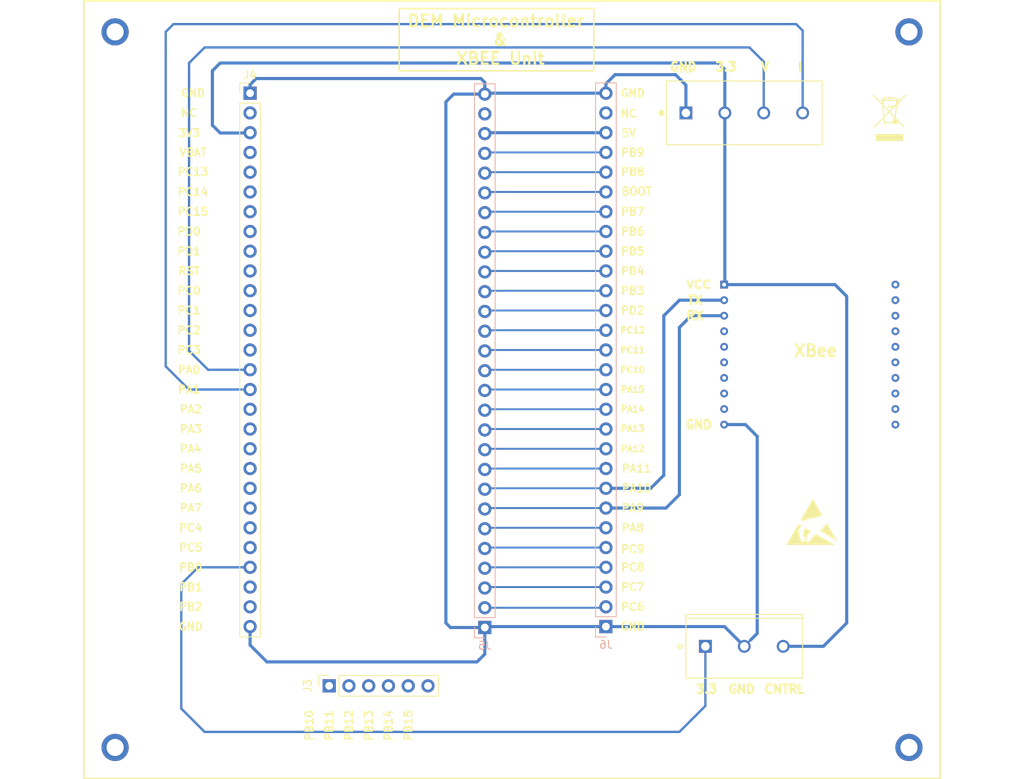
<source format=kicad_pcb>
(kicad_pcb (version 20171130) (host pcbnew "(5.0.1)-4")

  (general
    (thickness 1.6)
    (drawings 83)
    (tracks 105)
    (zones 0)
    (modules 13)
    (nets 77)
  )

  (page A4)
  (layers
    (0 F.Cu signal)
    (31 B.Cu signal)
    (32 B.Adhes user)
    (33 F.Adhes user)
    (34 B.Paste user)
    (35 F.Paste user)
    (36 B.SilkS user)
    (37 F.SilkS user)
    (38 B.Mask user)
    (39 F.Mask user)
    (40 Dwgs.User user)
    (41 Cmts.User user)
    (42 Eco1.User user)
    (43 Eco2.User user)
    (44 Edge.Cuts user)
    (45 Margin user)
    (46 B.CrtYd user)
    (47 F.CrtYd user)
    (48 B.Fab user)
    (49 F.Fab user)
  )

  (setup
    (last_trace_width 0.25)
    (trace_clearance 0.2)
    (zone_clearance 0.508)
    (zone_45_only no)
    (trace_min 0.2)
    (segment_width 0.2)
    (edge_width 0.15)
    (via_size 0.8)
    (via_drill 0.4)
    (via_min_size 0.4)
    (via_min_drill 0.3)
    (uvia_size 0.3)
    (uvia_drill 0.1)
    (uvias_allowed no)
    (uvia_min_size 0.2)
    (uvia_min_drill 0.1)
    (pcb_text_width 0.3)
    (pcb_text_size 1.5 1.5)
    (mod_edge_width 0.15)
    (mod_text_size 1 1)
    (mod_text_width 0.15)
    (pad_size 1.524 1.524)
    (pad_drill 0.762)
    (pad_to_mask_clearance 0.051)
    (solder_mask_min_width 0.25)
    (aux_axis_origin 0 0)
    (visible_elements 7FFFFFFF)
    (pcbplotparams
      (layerselection 0x010fc_ffffffff)
      (usegerberextensions false)
      (usegerberattributes true)
      (usegerberadvancedattributes false)
      (creategerberjobfile false)
      (excludeedgelayer true)
      (linewidth 0.100000)
      (plotframeref false)
      (viasonmask false)
      (mode 1)
      (useauxorigin false)
      (hpglpennumber 1)
      (hpglpenspeed 20)
      (hpglpendiameter 15.000000)
      (psnegative false)
      (psa4output false)
      (plotreference true)
      (plotvalue true)
      (plotinvisibletext false)
      (padsonsilk false)
      (subtractmaskfromsilk false)
      (outputformat 1)
      (mirror false)
      (drillshape 0)
      (scaleselection 1)
      (outputdirectory ""))
  )

  (net 0 "")
  (net 1 PA1)
  (net 2 GND1)
  (net 3 3.3V1)
  (net 4 PA0)
  (net 5 PB10)
  (net 6 PB11)
  (net 7 PB12)
  (net 8 PB13)
  (net 9 PB14)
  (net 10 PB15)
  (net 11 "Net-(J4-Pad2)")
  (net 12 VBAT)
  (net 13 PC13)
  (net 14 PC14)
  (net 15 PC15)
  (net 16 PD0)
  (net 17 PD1)
  (net 18 RST)
  (net 19 PC0)
  (net 20 PC1)
  (net 21 PC2)
  (net 22 PC3)
  (net 23 PA2)
  (net 24 PA3)
  (net 25 PA4)
  (net 26 PA5)
  (net 27 PA6)
  (net 28 PA7)
  (net 29 PC4)
  (net 30 PC5)
  (net 31 PB0)
  (net 32 PB1)
  (net 33 PB2)
  (net 34 "Net-(J5-Pad27)")
  (net 35 5V)
  (net 36 PB9)
  (net 37 PB8)
  (net 38 BOOT)
  (net 39 PB7)
  (net 40 PB6)
  (net 41 PB5)
  (net 42 PB4)
  (net 43 PB3)
  (net 44 PD2)
  (net 45 PC12)
  (net 46 PC11)
  (net 47 PC10)
  (net 48 PA15)
  (net 49 PA14)
  (net 50 PA13)
  (net 51 PA12)
  (net 52 PA11)
  (net 53 PA10)
  (net 54 PA9)
  (net 55 PA8)
  (net 56 PC9)
  (net 57 PC8)
  (net 58 PC7)
  (net 59 PC6)
  (net 60 "Net-(J6-Pad27)")
  (net 61 "Net-(U1-Pad4)")
  (net 62 "Net-(U1-Pad5)")
  (net 63 "Net-(U1-Pad6)")
  (net 64 "Net-(U1-Pad7)")
  (net 65 "Net-(U1-Pad8)")
  (net 66 "Net-(U1-Pad9)")
  (net 67 "Net-(U1-Pad20)")
  (net 68 "Net-(U1-Pad19)")
  (net 69 "Net-(U1-Pad18)")
  (net 70 "Net-(U1-Pad17)")
  (net 71 "Net-(U1-Pad16)")
  (net 72 "Net-(U1-Pad15)")
  (net 73 "Net-(U1-Pad14)")
  (net 74 "Net-(U1-Pad13)")
  (net 75 "Net-(U1-Pad12)")
  (net 76 "Net-(U1-Pad11)")

  (net_class Default "This is the default net class."
    (clearance 0.2)
    (trace_width 0.25)
    (via_dia 0.8)
    (via_drill 0.4)
    (uvia_dia 0.3)
    (uvia_drill 0.1)
    (add_net 3.3V1)
    (add_net 5V)
    (add_net BOOT)
    (add_net GND1)
    (add_net "Net-(J4-Pad2)")
    (add_net "Net-(J5-Pad27)")
    (add_net "Net-(J6-Pad27)")
    (add_net "Net-(U1-Pad11)")
    (add_net "Net-(U1-Pad12)")
    (add_net "Net-(U1-Pad13)")
    (add_net "Net-(U1-Pad14)")
    (add_net "Net-(U1-Pad15)")
    (add_net "Net-(U1-Pad16)")
    (add_net "Net-(U1-Pad17)")
    (add_net "Net-(U1-Pad18)")
    (add_net "Net-(U1-Pad19)")
    (add_net "Net-(U1-Pad20)")
    (add_net "Net-(U1-Pad4)")
    (add_net "Net-(U1-Pad5)")
    (add_net "Net-(U1-Pad6)")
    (add_net "Net-(U1-Pad7)")
    (add_net "Net-(U1-Pad8)")
    (add_net "Net-(U1-Pad9)")
    (add_net PA0)
    (add_net PA1)
    (add_net PA10)
    (add_net PA11)
    (add_net PA12)
    (add_net PA13)
    (add_net PA14)
    (add_net PA15)
    (add_net PA2)
    (add_net PA3)
    (add_net PA4)
    (add_net PA5)
    (add_net PA6)
    (add_net PA7)
    (add_net PA8)
    (add_net PA9)
    (add_net PB0)
    (add_net PB1)
    (add_net PB10)
    (add_net PB11)
    (add_net PB12)
    (add_net PB13)
    (add_net PB14)
    (add_net PB15)
    (add_net PB2)
    (add_net PB3)
    (add_net PB4)
    (add_net PB5)
    (add_net PB6)
    (add_net PB7)
    (add_net PB8)
    (add_net PB9)
    (add_net PC0)
    (add_net PC1)
    (add_net PC10)
    (add_net PC11)
    (add_net PC12)
    (add_net PC13)
    (add_net PC14)
    (add_net PC15)
    (add_net PC2)
    (add_net PC3)
    (add_net PC4)
    (add_net PC5)
    (add_net PC6)
    (add_net PC7)
    (add_net PC8)
    (add_net PC9)
    (add_net PD0)
    (add_net PD1)
    (add_net PD2)
    (add_net RST)
    (add_net VBAT)
  )

  (module XB24CDMPIT-001:DIP-20 (layer F.Cu) (tedit 5C79897E) (tstamp 5C9016C0)
    (at 176.5 106.5)
    (descr "Xbee Zb (Zigbee Pro Feature Set), 1mw, Wire Antenna, 250000")
    (path /5C50AA05)
    (fp_text reference U1 (at 0 0) (layer F.SilkS) hide
      (effects (font (size 1 0.9) (thickness 0.05)))
    )
    (fp_text value XB24CDMSIT-001 (at 0 0) (layer F.SilkS) hide
      (effects (font (size 1 0.9) (thickness 0.05)))
    )
    (fp_line (start 5.4 -15.7) (end 18.9 -15.7) (layer Dwgs.User) (width 0.1))
    (fp_line (start 5.4 -20.8) (end 18.9 -20.8) (layer Dwgs.User) (width 0.1))
    (fp_text user XBee (at 6.00698 -17.22) (layer Edge.Cuts)
      (effects (font (size 1 1) (thickness 0.05)))
    )
    (fp_line (start 16.791 -32.941) (end 7.593 -32.941) (layer Dwgs.User) (width 0.1))
    (fp_line (start 24.381 -26.411) (end 16.791 -32.941) (layer Dwgs.User) (width 0.1))
    (fp_line (start 24.381 -0.001) (end 24.381 -26.411) (layer Dwgs.User) (width 0.1))
    (fp_line (start 0.002 -0.001) (end 24.381 -0.001) (layer Dwgs.User) (width 0.1))
    (fp_line (start 0.002 -26.41) (end 0.002 -0.001) (layer Dwgs.User) (width 0.1))
    (fp_line (start 7.593 -32.941) (end 0.002 -26.41) (layer Dwgs.User) (width 0.1))
    (pad 11 thru_hole circle (at 23.254 -8.009) (size 1.008 1.008) (drill 0.5) (layers *.Cu *.Mask)
      (net 76 "Net-(U1-Pad11)"))
    (pad 12 thru_hole circle (at 23.254 -10.009) (size 1.008 1.008) (drill 0.5) (layers *.Cu *.Mask)
      (net 75 "Net-(U1-Pad12)"))
    (pad 13 thru_hole circle (at 23.254 -12.009) (size 1.008 1.008) (drill 0.5) (layers *.Cu *.Mask)
      (net 74 "Net-(U1-Pad13)"))
    (pad 14 thru_hole circle (at 23.254 -14.009) (size 1.008 1.008) (drill 0.5) (layers *.Cu *.Mask)
      (net 73 "Net-(U1-Pad14)"))
    (pad 15 thru_hole circle (at 23.254 -16.009) (size 1.008 1.008) (drill 0.5) (layers *.Cu *.Mask)
      (net 72 "Net-(U1-Pad15)"))
    (pad 16 thru_hole circle (at 23.254 -18.009) (size 1.008 1.008) (drill 0.5) (layers *.Cu *.Mask)
      (net 71 "Net-(U1-Pad16)"))
    (pad 17 thru_hole circle (at 23.254 -20.009) (size 1.008 1.008) (drill 0.5) (layers *.Cu *.Mask)
      (net 70 "Net-(U1-Pad17)"))
    (pad 18 thru_hole circle (at 23.254 -22.009) (size 1.008 1.008) (drill 0.5) (layers *.Cu *.Mask)
      (net 69 "Net-(U1-Pad18)"))
    (pad 19 thru_hole circle (at 23.254 -24.009) (size 1.008 1.008) (drill 0.5) (layers *.Cu *.Mask)
      (net 68 "Net-(U1-Pad19)"))
    (pad 20 thru_hole circle (at 23.254 -26.009) (size 1.008 1.008) (drill 0.5) (layers *.Cu *.Mask)
      (net 67 "Net-(U1-Pad20)"))
    (pad 10 thru_hole circle (at 1.254 -8.009) (size 1.008 1.008) (drill 0.5) (layers *.Cu *.Mask)
      (net 2 GND1))
    (pad 9 thru_hole circle (at 1.254 -10.009) (size 1.008 1.008) (drill 0.5) (layers *.Cu *.Mask)
      (net 66 "Net-(U1-Pad9)"))
    (pad 8 thru_hole circle (at 1.254 -12.009) (size 1.008 1.008) (drill 0.5) (layers *.Cu *.Mask)
      (net 65 "Net-(U1-Pad8)"))
    (pad 7 thru_hole circle (at 1.254 -14.009) (size 1.008 1.008) (drill 0.5) (layers *.Cu *.Mask)
      (net 64 "Net-(U1-Pad7)"))
    (pad 6 thru_hole circle (at 1.254 -16.009) (size 1.008 1.008) (drill 0.5) (layers *.Cu *.Mask)
      (net 63 "Net-(U1-Pad6)"))
    (pad 5 thru_hole circle (at 1.254 -18.009) (size 1.008 1.008) (drill 0.5) (layers *.Cu *.Mask)
      (net 62 "Net-(U1-Pad5)"))
    (pad 4 thru_hole circle (at 1.254 -20.009) (size 1.008 1.008) (drill 0.5) (layers *.Cu *.Mask)
      (net 61 "Net-(U1-Pad4)"))
    (pad 3 thru_hole circle (at 1.254 -22.009) (size 1.008 1.008) (drill 0.5) (layers *.Cu *.Mask)
      (net 54 PA9))
    (pad 2 thru_hole circle (at 1.254 -24.009) (size 1.008 1.008) (drill 0.5) (layers *.Cu *.Mask)
      (net 53 PA10))
    (pad 1 thru_hole rect (at 1.254 -26.009) (size 1.008 1.008) (drill 0.5) (layers *.Cu *.Mask)
      (net 3 3.3V1))
  )

  (module 282836-4:TE_282836-4 (layer F.Cu) (tedit 5C798959) (tstamp 5C9015F5)
    (at 180.34 58.42)
    (path /5C770CE8)
    (fp_text reference J2 (at -7.47304 -5.64487) (layer F.SilkS)
      (effects (font (size 1.00176 1.00176) (thickness 0.05)))
    )
    (fp_text value 282836-4 (at -6.73173 5.33458) (layer F.SilkS) hide
      (effects (font (size 1.00011 1.00011) (thickness 0.05)))
    )
    (fp_line (start -10 -4.1) (end -10 4.1) (layer Eco2.User) (width 0.127))
    (fp_line (start -10 4.1) (end 10 4.1) (layer Eco2.User) (width 0.127))
    (fp_line (start 10 4.1) (end 10 -4.1) (layer Eco2.User) (width 0.127))
    (fp_line (start 10 -4.1) (end -10 -4.1) (layer Eco2.User) (width 0.127))
    (fp_line (start -10 -4.1) (end -10 4.1) (layer F.SilkS) (width 0.127))
    (fp_line (start -10 4.1) (end 10 4.1) (layer F.SilkS) (width 0.127))
    (fp_line (start 10 4.1) (end 10 -4.1) (layer F.SilkS) (width 0.127))
    (fp_line (start 10 -4.1) (end -10 -4.1) (layer F.SilkS) (width 0.127))
    (fp_circle (center -10.645 0) (end -10.445 0) (layer F.SilkS) (width 0.4))
    (fp_line (start -10.25 -4.35) (end 10.25 -4.35) (layer Eco1.User) (width 0.05))
    (fp_line (start 10.25 -4.35) (end 10.25 4.35) (layer Eco1.User) (width 0.05))
    (fp_line (start 10.25 4.35) (end -10.25 4.35) (layer Eco1.User) (width 0.05))
    (fp_line (start -10.25 4.35) (end -10.25 -4.35) (layer Eco1.User) (width 0.05))
    (pad 1 thru_hole rect (at -7.5 0) (size 1.65 1.65) (drill 1.1) (layers *.Cu *.Mask)
      (net 2 GND1))
    (pad 2 thru_hole circle (at -2.5 0) (size 1.65 1.65) (drill 1.1) (layers *.Cu *.Mask)
      (net 3 3.3V1))
    (pad 3 thru_hole circle (at 2.5 0) (size 1.65 1.65) (drill 1.1) (layers *.Cu *.Mask)
      (net 4 PA0))
    (pad 4 thru_hole circle (at 7.5 0) (size 1.65 1.65) (drill 1.1) (layers *.Cu *.Mask)
      (net 1 PA1))
  )

  (module Connector_PinSocket_2.54mm:PinSocket_1x06_P2.54mm_Vertical (layer F.Cu) (tedit 5A19A430) (tstamp 5C90160F)
    (at 127 132.08 90)
    (descr "Through hole straight socket strip, 1x06, 2.54mm pitch, single row (from Kicad 4.0.7), script generated")
    (tags "Through hole socket strip THT 1x06 2.54mm single row")
    (path /5C4BCA9D)
    (fp_text reference J3 (at 0 -2.77 90) (layer F.SilkS)
      (effects (font (size 1 1) (thickness 0.15)))
    )
    (fp_text value Conn_01x06_Female (at 0 15.47 90) (layer F.Fab)
      (effects (font (size 1 1) (thickness 0.15)))
    )
    (fp_line (start -1.27 -1.27) (end 0.635 -1.27) (layer F.Fab) (width 0.1))
    (fp_line (start 0.635 -1.27) (end 1.27 -0.635) (layer F.Fab) (width 0.1))
    (fp_line (start 1.27 -0.635) (end 1.27 13.97) (layer F.Fab) (width 0.1))
    (fp_line (start 1.27 13.97) (end -1.27 13.97) (layer F.Fab) (width 0.1))
    (fp_line (start -1.27 13.97) (end -1.27 -1.27) (layer F.Fab) (width 0.1))
    (fp_line (start -1.33 1.27) (end 1.33 1.27) (layer F.SilkS) (width 0.12))
    (fp_line (start -1.33 1.27) (end -1.33 14.03) (layer F.SilkS) (width 0.12))
    (fp_line (start -1.33 14.03) (end 1.33 14.03) (layer F.SilkS) (width 0.12))
    (fp_line (start 1.33 1.27) (end 1.33 14.03) (layer F.SilkS) (width 0.12))
    (fp_line (start 1.33 -1.33) (end 1.33 0) (layer F.SilkS) (width 0.12))
    (fp_line (start 0 -1.33) (end 1.33 -1.33) (layer F.SilkS) (width 0.12))
    (fp_line (start -1.8 -1.8) (end 1.75 -1.8) (layer F.CrtYd) (width 0.05))
    (fp_line (start 1.75 -1.8) (end 1.75 14.45) (layer F.CrtYd) (width 0.05))
    (fp_line (start 1.75 14.45) (end -1.8 14.45) (layer F.CrtYd) (width 0.05))
    (fp_line (start -1.8 14.45) (end -1.8 -1.8) (layer F.CrtYd) (width 0.05))
    (fp_text user %R (at 0 6.35 180) (layer F.Fab)
      (effects (font (size 1 1) (thickness 0.15)))
    )
    (pad 1 thru_hole rect (at 0 0 90) (size 1.7 1.7) (drill 1) (layers *.Cu *.Mask)
      (net 5 PB10))
    (pad 2 thru_hole oval (at 0 2.54 90) (size 1.7 1.7) (drill 1) (layers *.Cu *.Mask)
      (net 6 PB11))
    (pad 3 thru_hole oval (at 0 5.08 90) (size 1.7 1.7) (drill 1) (layers *.Cu *.Mask)
      (net 7 PB12))
    (pad 4 thru_hole oval (at 0 7.62 90) (size 1.7 1.7) (drill 1) (layers *.Cu *.Mask)
      (net 8 PB13))
    (pad 5 thru_hole oval (at 0 10.16 90) (size 1.7 1.7) (drill 1) (layers *.Cu *.Mask)
      (net 9 PB14))
    (pad 6 thru_hole oval (at 0 12.7 90) (size 1.7 1.7) (drill 1) (layers *.Cu *.Mask)
      (net 10 PB15))
    (model ${KISYS3DMOD}/Connector_PinSocket_2.54mm.3dshapes/PinSocket_1x06_P2.54mm_Vertical.wrl
      (at (xyz 0 0 0))
      (scale (xyz 1 1 1))
      (rotate (xyz 0 0 0))
    )
  )

  (module 282836-3:TE_282836-3 (layer F.Cu) (tedit 5C7AE450) (tstamp 5C9015E0)
    (at 180.34 127)
    (path /5C50BAE6)
    (fp_text reference J1 (at -4.46711 -5.14318) (layer F.SilkS) hide
      (effects (font (size 1.00159 1.00159) (thickness 0.05)))
    )
    (fp_text value 282836-3 (at -3.83134 5.1235) (layer F.SilkS) hide
      (effects (font (size 1.00166 1.00166) (thickness 0.05)))
    )
    (fp_line (start -7.5 -4.1) (end 7.5 -4.1) (layer F.SilkS) (width 0.127))
    (fp_line (start 7.5 -4.1) (end 7.5 -3.6) (layer F.SilkS) (width 0.127))
    (fp_line (start 7.5 -3.6) (end 7.5 4.1) (layer F.SilkS) (width 0.127))
    (fp_line (start 7.5 4.1) (end -7.5 4.1) (layer F.SilkS) (width 0.127))
    (fp_line (start -7.5 4.1) (end -7.5 -4.1) (layer F.SilkS) (width 0.127))
    (fp_line (start -7.5 -3.6) (end 7.5 -3.6) (layer F.SilkS) (width 0.127))
    (fp_line (start -7.75 -4.35) (end 7.75 -4.35) (layer Eco1.User) (width 0.05))
    (fp_line (start 7.75 -4.35) (end 7.75 4.35) (layer Eco1.User) (width 0.05))
    (fp_line (start 7.75 4.35) (end -7.75 4.35) (layer Eco1.User) (width 0.05))
    (fp_line (start -7.75 4.35) (end -7.75 -4.35) (layer Eco1.User) (width 0.05))
    (fp_circle (center -8.25 0) (end -8 0) (layer F.SilkS) (width 0.2032))
    (fp_line (start -7.5 -4.1) (end 7.5 -4.1) (layer Dwgs.User) (width 0.127))
    (fp_line (start 7.5 -4.1) (end 7.5 -3.6) (layer Dwgs.User) (width 0.127))
    (fp_line (start 7.5 -3.6) (end 7.5 4.1) (layer Dwgs.User) (width 0.127))
    (fp_line (start 7.5 4.1) (end -7.5 4.1) (layer Dwgs.User) (width 0.127))
    (fp_line (start -7.5 4.1) (end -7.5 -4.1) (layer Dwgs.User) (width 0.127))
    (fp_line (start -7.5 -3.6) (end 7.5 -3.6) (layer Dwgs.User) (width 0.127))
    (fp_circle (center -8.25 0) (end -8 0) (layer Dwgs.User) (width 0.2032))
    (pad 1 thru_hole rect (at -5 0) (size 1.65 1.65) (drill 1.1) (layers *.Cu *.Mask)
      (net 31 PB0))
    (pad 2 thru_hole circle (at 0 0) (size 1.65 1.65) (drill 1.1) (layers *.Cu *.Mask)
      (net 2 GND1))
    (pad 3 thru_hole circle (at 5 0) (size 1.65 1.65) (drill 1.1) (layers *.Cu *.Mask)
      (net 3 3.3V1))
  )

  (module Connector_PinHeader_2.54mm:PinHeader_1x28_P2.54mm_Vertical (layer F.Cu) (tedit 59FED5CC) (tstamp 5C90163F)
    (at 116.84 55.88)
    (descr "Through hole straight pin header, 1x28, 2.54mm pitch, single row")
    (tags "Through hole pin header THT 1x28 2.54mm single row")
    (path /5C53380A)
    (fp_text reference J4 (at 0 -2.33) (layer F.SilkS)
      (effects (font (size 1 1) (thickness 0.15)))
    )
    (fp_text value Conn_01x28_Female (at 0 70.91) (layer F.Fab)
      (effects (font (size 1 1) (thickness 0.15)))
    )
    (fp_line (start -0.635 -1.27) (end 1.27 -1.27) (layer F.Fab) (width 0.1))
    (fp_line (start 1.27 -1.27) (end 1.27 69.85) (layer F.Fab) (width 0.1))
    (fp_line (start 1.27 69.85) (end -1.27 69.85) (layer F.Fab) (width 0.1))
    (fp_line (start -1.27 69.85) (end -1.27 -0.635) (layer F.Fab) (width 0.1))
    (fp_line (start -1.27 -0.635) (end -0.635 -1.27) (layer F.Fab) (width 0.1))
    (fp_line (start -1.33 69.91) (end 1.33 69.91) (layer F.SilkS) (width 0.12))
    (fp_line (start -1.33 1.27) (end -1.33 69.91) (layer F.SilkS) (width 0.12))
    (fp_line (start 1.33 1.27) (end 1.33 69.91) (layer F.SilkS) (width 0.12))
    (fp_line (start -1.33 1.27) (end 1.33 1.27) (layer F.SilkS) (width 0.12))
    (fp_line (start -1.33 0) (end -1.33 -1.33) (layer F.SilkS) (width 0.12))
    (fp_line (start -1.33 -1.33) (end 0 -1.33) (layer F.SilkS) (width 0.12))
    (fp_line (start -1.8 -1.8) (end -1.8 70.35) (layer F.CrtYd) (width 0.05))
    (fp_line (start -1.8 70.35) (end 1.8 70.35) (layer F.CrtYd) (width 0.05))
    (fp_line (start 1.8 70.35) (end 1.8 -1.8) (layer F.CrtYd) (width 0.05))
    (fp_line (start 1.8 -1.8) (end -1.8 -1.8) (layer F.CrtYd) (width 0.05))
    (fp_text user %R (at 0 34.29 90) (layer F.Fab)
      (effects (font (size 1 1) (thickness 0.15)))
    )
    (pad 1 thru_hole rect (at 0 0) (size 1.7 1.7) (drill 1) (layers *.Cu *.Mask)
      (net 2 GND1))
    (pad 2 thru_hole oval (at 0 2.54) (size 1.7 1.7) (drill 1) (layers *.Cu *.Mask)
      (net 11 "Net-(J4-Pad2)"))
    (pad 3 thru_hole oval (at 0 5.08) (size 1.7 1.7) (drill 1) (layers *.Cu *.Mask)
      (net 3 3.3V1))
    (pad 4 thru_hole oval (at 0 7.62) (size 1.7 1.7) (drill 1) (layers *.Cu *.Mask)
      (net 12 VBAT))
    (pad 5 thru_hole oval (at 0 10.16) (size 1.7 1.7) (drill 1) (layers *.Cu *.Mask)
      (net 13 PC13))
    (pad 6 thru_hole oval (at 0 12.7) (size 1.7 1.7) (drill 1) (layers *.Cu *.Mask)
      (net 14 PC14))
    (pad 7 thru_hole oval (at 0 15.24) (size 1.7 1.7) (drill 1) (layers *.Cu *.Mask)
      (net 15 PC15))
    (pad 8 thru_hole oval (at 0 17.78) (size 1.7 1.7) (drill 1) (layers *.Cu *.Mask)
      (net 16 PD0))
    (pad 9 thru_hole oval (at 0 20.32) (size 1.7 1.7) (drill 1) (layers *.Cu *.Mask)
      (net 17 PD1))
    (pad 10 thru_hole oval (at 0 22.86) (size 1.7 1.7) (drill 1) (layers *.Cu *.Mask)
      (net 18 RST))
    (pad 11 thru_hole oval (at 0 25.4) (size 1.7 1.7) (drill 1) (layers *.Cu *.Mask)
      (net 19 PC0))
    (pad 12 thru_hole oval (at 0 27.94) (size 1.7 1.7) (drill 1) (layers *.Cu *.Mask)
      (net 20 PC1))
    (pad 13 thru_hole oval (at 0 30.48) (size 1.7 1.7) (drill 1) (layers *.Cu *.Mask)
      (net 21 PC2))
    (pad 14 thru_hole oval (at 0 33.02) (size 1.7 1.7) (drill 1) (layers *.Cu *.Mask)
      (net 22 PC3))
    (pad 15 thru_hole oval (at 0 35.56) (size 1.7 1.7) (drill 1) (layers *.Cu *.Mask)
      (net 4 PA0))
    (pad 16 thru_hole oval (at 0 38.1) (size 1.7 1.7) (drill 1) (layers *.Cu *.Mask)
      (net 1 PA1))
    (pad 17 thru_hole oval (at 0 40.64) (size 1.7 1.7) (drill 1) (layers *.Cu *.Mask)
      (net 23 PA2))
    (pad 18 thru_hole oval (at 0 43.18) (size 1.7 1.7) (drill 1) (layers *.Cu *.Mask)
      (net 24 PA3))
    (pad 19 thru_hole oval (at 0 45.72) (size 1.7 1.7) (drill 1) (layers *.Cu *.Mask)
      (net 25 PA4))
    (pad 20 thru_hole oval (at 0 48.26) (size 1.7 1.7) (drill 1) (layers *.Cu *.Mask)
      (net 26 PA5))
    (pad 21 thru_hole oval (at 0 50.8) (size 1.7 1.7) (drill 1) (layers *.Cu *.Mask)
      (net 27 PA6))
    (pad 22 thru_hole oval (at 0 53.34) (size 1.7 1.7) (drill 1) (layers *.Cu *.Mask)
      (net 28 PA7))
    (pad 23 thru_hole oval (at 0 55.88) (size 1.7 1.7) (drill 1) (layers *.Cu *.Mask)
      (net 29 PC4))
    (pad 24 thru_hole oval (at 0 58.42) (size 1.7 1.7) (drill 1) (layers *.Cu *.Mask)
      (net 30 PC5))
    (pad 25 thru_hole oval (at 0 60.96) (size 1.7 1.7) (drill 1) (layers *.Cu *.Mask)
      (net 31 PB0))
    (pad 26 thru_hole oval (at 0 63.5) (size 1.7 1.7) (drill 1) (layers *.Cu *.Mask)
      (net 32 PB1))
    (pad 27 thru_hole oval (at 0 66.04) (size 1.7 1.7) (drill 1) (layers *.Cu *.Mask)
      (net 33 PB2))
    (pad 28 thru_hole oval (at 0 68.58) (size 1.7 1.7) (drill 1) (layers *.Cu *.Mask)
      (net 2 GND1))
    (model ${KISYS3DMOD}/Connector_PinHeader_2.54mm.3dshapes/PinHeader_1x28_P2.54mm_Vertical.wrl
      (at (xyz 0 0 0))
      (scale (xyz 1 1 1))
      (rotate (xyz 0 0 0))
    )
  )

  (module Connector_PinHeader_2.54mm:PinHeader_1x28_P2.54mm_Vertical (layer B.Cu) (tedit 59FED5CC) (tstamp 5C90166F)
    (at 147 124.58)
    (descr "Through hole straight pin header, 1x28, 2.54mm pitch, single row")
    (tags "Through hole pin header THT 1x28 2.54mm single row")
    (path /5C534306)
    (fp_text reference J5 (at 0 2.33) (layer B.SilkS)
      (effects (font (size 1 1) (thickness 0.15)) (justify mirror))
    )
    (fp_text value Conn_01x28_Female (at 0 -70.91) (layer B.Fab)
      (effects (font (size 1 1) (thickness 0.15)) (justify mirror))
    )
    (fp_text user %R (at 0 -34.29 -90) (layer B.Fab)
      (effects (font (size 1 1) (thickness 0.15)) (justify mirror))
    )
    (fp_line (start 1.8 1.8) (end -1.8 1.8) (layer B.CrtYd) (width 0.05))
    (fp_line (start 1.8 -70.35) (end 1.8 1.8) (layer B.CrtYd) (width 0.05))
    (fp_line (start -1.8 -70.35) (end 1.8 -70.35) (layer B.CrtYd) (width 0.05))
    (fp_line (start -1.8 1.8) (end -1.8 -70.35) (layer B.CrtYd) (width 0.05))
    (fp_line (start -1.33 1.33) (end 0 1.33) (layer B.SilkS) (width 0.12))
    (fp_line (start -1.33 0) (end -1.33 1.33) (layer B.SilkS) (width 0.12))
    (fp_line (start -1.33 -1.27) (end 1.33 -1.27) (layer B.SilkS) (width 0.12))
    (fp_line (start 1.33 -1.27) (end 1.33 -69.91) (layer B.SilkS) (width 0.12))
    (fp_line (start -1.33 -1.27) (end -1.33 -69.91) (layer B.SilkS) (width 0.12))
    (fp_line (start -1.33 -69.91) (end 1.33 -69.91) (layer B.SilkS) (width 0.12))
    (fp_line (start -1.27 0.635) (end -0.635 1.27) (layer B.Fab) (width 0.1))
    (fp_line (start -1.27 -69.85) (end -1.27 0.635) (layer B.Fab) (width 0.1))
    (fp_line (start 1.27 -69.85) (end -1.27 -69.85) (layer B.Fab) (width 0.1))
    (fp_line (start 1.27 1.27) (end 1.27 -69.85) (layer B.Fab) (width 0.1))
    (fp_line (start -0.635 1.27) (end 1.27 1.27) (layer B.Fab) (width 0.1))
    (pad 28 thru_hole oval (at 0 -68.58) (size 1.7 1.7) (drill 1) (layers *.Cu *.Mask)
      (net 2 GND1))
    (pad 27 thru_hole oval (at 0 -66.04) (size 1.7 1.7) (drill 1) (layers *.Cu *.Mask)
      (net 34 "Net-(J5-Pad27)"))
    (pad 26 thru_hole oval (at 0 -63.5) (size 1.7 1.7) (drill 1) (layers *.Cu *.Mask)
      (net 35 5V))
    (pad 25 thru_hole oval (at 0 -60.96) (size 1.7 1.7) (drill 1) (layers *.Cu *.Mask)
      (net 36 PB9))
    (pad 24 thru_hole oval (at 0 -58.42) (size 1.7 1.7) (drill 1) (layers *.Cu *.Mask)
      (net 37 PB8))
    (pad 23 thru_hole oval (at 0 -55.88) (size 1.7 1.7) (drill 1) (layers *.Cu *.Mask)
      (net 38 BOOT))
    (pad 22 thru_hole oval (at 0 -53.34) (size 1.7 1.7) (drill 1) (layers *.Cu *.Mask)
      (net 39 PB7))
    (pad 21 thru_hole oval (at 0 -50.8) (size 1.7 1.7) (drill 1) (layers *.Cu *.Mask)
      (net 40 PB6))
    (pad 20 thru_hole oval (at 0 -48.26) (size 1.7 1.7) (drill 1) (layers *.Cu *.Mask)
      (net 41 PB5))
    (pad 19 thru_hole oval (at 0 -45.72) (size 1.7 1.7) (drill 1) (layers *.Cu *.Mask)
      (net 42 PB4))
    (pad 18 thru_hole oval (at 0 -43.18) (size 1.7 1.7) (drill 1) (layers *.Cu *.Mask)
      (net 43 PB3))
    (pad 17 thru_hole oval (at 0 -40.64) (size 1.7 1.7) (drill 1) (layers *.Cu *.Mask)
      (net 44 PD2))
    (pad 16 thru_hole oval (at 0 -38.1) (size 1.7 1.7) (drill 1) (layers *.Cu *.Mask)
      (net 45 PC12))
    (pad 15 thru_hole oval (at 0 -35.56) (size 1.7 1.7) (drill 1) (layers *.Cu *.Mask)
      (net 46 PC11))
    (pad 14 thru_hole oval (at 0 -33.02) (size 1.7 1.7) (drill 1) (layers *.Cu *.Mask)
      (net 47 PC10))
    (pad 13 thru_hole oval (at 0 -30.48) (size 1.7 1.7) (drill 1) (layers *.Cu *.Mask)
      (net 48 PA15))
    (pad 12 thru_hole oval (at 0 -27.94) (size 1.7 1.7) (drill 1) (layers *.Cu *.Mask)
      (net 49 PA14))
    (pad 11 thru_hole oval (at 0 -25.4) (size 1.7 1.7) (drill 1) (layers *.Cu *.Mask)
      (net 50 PA13))
    (pad 10 thru_hole oval (at 0 -22.86) (size 1.7 1.7) (drill 1) (layers *.Cu *.Mask)
      (net 51 PA12))
    (pad 9 thru_hole oval (at 0 -20.32) (size 1.7 1.7) (drill 1) (layers *.Cu *.Mask)
      (net 52 PA11))
    (pad 8 thru_hole oval (at 0 -17.78) (size 1.7 1.7) (drill 1) (layers *.Cu *.Mask)
      (net 53 PA10))
    (pad 7 thru_hole oval (at 0 -15.24) (size 1.7 1.7) (drill 1) (layers *.Cu *.Mask)
      (net 54 PA9))
    (pad 6 thru_hole oval (at 0 -12.7) (size 1.7 1.7) (drill 1) (layers *.Cu *.Mask)
      (net 55 PA8))
    (pad 5 thru_hole oval (at 0 -10.16) (size 1.7 1.7) (drill 1) (layers *.Cu *.Mask)
      (net 56 PC9))
    (pad 4 thru_hole oval (at 0 -7.62) (size 1.7 1.7) (drill 1) (layers *.Cu *.Mask)
      (net 57 PC8))
    (pad 3 thru_hole oval (at 0 -5.08) (size 1.7 1.7) (drill 1) (layers *.Cu *.Mask)
      (net 58 PC7))
    (pad 2 thru_hole oval (at 0 -2.54) (size 1.7 1.7) (drill 1) (layers *.Cu *.Mask)
      (net 59 PC6))
    (pad 1 thru_hole rect (at 0 0) (size 1.7 1.7) (drill 1) (layers *.Cu *.Mask)
      (net 2 GND1))
    (model ${KISYS3DMOD}/Connector_PinHeader_2.54mm.3dshapes/PinHeader_1x28_P2.54mm_Vertical.wrl
      (at (xyz 0 0 0))
      (scale (xyz 1 1 1))
      (rotate (xyz 0 0 0))
    )
  )

  (module Connector_PinHeader_2.54mm:PinHeader_1x28_P2.54mm_Vertical (layer B.Cu) (tedit 59FED5CC) (tstamp 5C90169F)
    (at 162.56 124.46)
    (descr "Through hole straight pin header, 1x28, 2.54mm pitch, single row")
    (tags "Through hole pin header THT 1x28 2.54mm single row")
    (path /5C53528A)
    (fp_text reference J6 (at 0 2.33) (layer B.SilkS)
      (effects (font (size 1 1) (thickness 0.15)) (justify mirror))
    )
    (fp_text value Conn_01x28_Female (at 0 -70.91) (layer B.Fab)
      (effects (font (size 1 1) (thickness 0.15)) (justify mirror))
    )
    (fp_line (start -0.635 1.27) (end 1.27 1.27) (layer B.Fab) (width 0.1))
    (fp_line (start 1.27 1.27) (end 1.27 -69.85) (layer B.Fab) (width 0.1))
    (fp_line (start 1.27 -69.85) (end -1.27 -69.85) (layer B.Fab) (width 0.1))
    (fp_line (start -1.27 -69.85) (end -1.27 0.635) (layer B.Fab) (width 0.1))
    (fp_line (start -1.27 0.635) (end -0.635 1.27) (layer B.Fab) (width 0.1))
    (fp_line (start -1.33 -69.91) (end 1.33 -69.91) (layer B.SilkS) (width 0.12))
    (fp_line (start -1.33 -1.27) (end -1.33 -69.91) (layer B.SilkS) (width 0.12))
    (fp_line (start 1.33 -1.27) (end 1.33 -69.91) (layer B.SilkS) (width 0.12))
    (fp_line (start -1.33 -1.27) (end 1.33 -1.27) (layer B.SilkS) (width 0.12))
    (fp_line (start -1.33 0) (end -1.33 1.33) (layer B.SilkS) (width 0.12))
    (fp_line (start -1.33 1.33) (end 0 1.33) (layer B.SilkS) (width 0.12))
    (fp_line (start -1.8 1.8) (end -1.8 -70.35) (layer B.CrtYd) (width 0.05))
    (fp_line (start -1.8 -70.35) (end 1.8 -70.35) (layer B.CrtYd) (width 0.05))
    (fp_line (start 1.8 -70.35) (end 1.8 1.8) (layer B.CrtYd) (width 0.05))
    (fp_line (start 1.8 1.8) (end -1.8 1.8) (layer B.CrtYd) (width 0.05))
    (fp_text user %R (at 0 -34.29 -90) (layer B.Fab)
      (effects (font (size 1 1) (thickness 0.15)) (justify mirror))
    )
    (pad 1 thru_hole rect (at 0 0) (size 1.7 1.7) (drill 1) (layers *.Cu *.Mask)
      (net 2 GND1))
    (pad 2 thru_hole oval (at 0 -2.54) (size 1.7 1.7) (drill 1) (layers *.Cu *.Mask)
      (net 59 PC6))
    (pad 3 thru_hole oval (at 0 -5.08) (size 1.7 1.7) (drill 1) (layers *.Cu *.Mask)
      (net 58 PC7))
    (pad 4 thru_hole oval (at 0 -7.62) (size 1.7 1.7) (drill 1) (layers *.Cu *.Mask)
      (net 57 PC8))
    (pad 5 thru_hole oval (at 0 -10.16) (size 1.7 1.7) (drill 1) (layers *.Cu *.Mask)
      (net 56 PC9))
    (pad 6 thru_hole oval (at 0 -12.7) (size 1.7 1.7) (drill 1) (layers *.Cu *.Mask)
      (net 55 PA8))
    (pad 7 thru_hole oval (at 0 -15.24) (size 1.7 1.7) (drill 1) (layers *.Cu *.Mask)
      (net 54 PA9))
    (pad 8 thru_hole oval (at 0 -17.78) (size 1.7 1.7) (drill 1) (layers *.Cu *.Mask)
      (net 53 PA10))
    (pad 9 thru_hole oval (at 0 -20.32) (size 1.7 1.7) (drill 1) (layers *.Cu *.Mask)
      (net 52 PA11))
    (pad 10 thru_hole oval (at 0 -22.86) (size 1.7 1.7) (drill 1) (layers *.Cu *.Mask)
      (net 51 PA12))
    (pad 11 thru_hole oval (at 0 -25.4) (size 1.7 1.7) (drill 1) (layers *.Cu *.Mask)
      (net 50 PA13))
    (pad 12 thru_hole oval (at 0 -27.94) (size 1.7 1.7) (drill 1) (layers *.Cu *.Mask)
      (net 49 PA14))
    (pad 13 thru_hole oval (at 0 -30.48) (size 1.7 1.7) (drill 1) (layers *.Cu *.Mask)
      (net 48 PA15))
    (pad 14 thru_hole oval (at 0 -33.02) (size 1.7 1.7) (drill 1) (layers *.Cu *.Mask)
      (net 47 PC10))
    (pad 15 thru_hole oval (at 0 -35.56) (size 1.7 1.7) (drill 1) (layers *.Cu *.Mask)
      (net 46 PC11))
    (pad 16 thru_hole oval (at 0 -38.1) (size 1.7 1.7) (drill 1) (layers *.Cu *.Mask)
      (net 45 PC12))
    (pad 17 thru_hole oval (at 0 -40.64) (size 1.7 1.7) (drill 1) (layers *.Cu *.Mask)
      (net 44 PD2))
    (pad 18 thru_hole oval (at 0 -43.18) (size 1.7 1.7) (drill 1) (layers *.Cu *.Mask)
      (net 43 PB3))
    (pad 19 thru_hole oval (at 0 -45.72) (size 1.7 1.7) (drill 1) (layers *.Cu *.Mask)
      (net 42 PB4))
    (pad 20 thru_hole oval (at 0 -48.26) (size 1.7 1.7) (drill 1) (layers *.Cu *.Mask)
      (net 41 PB5))
    (pad 21 thru_hole oval (at 0 -50.8) (size 1.7 1.7) (drill 1) (layers *.Cu *.Mask)
      (net 40 PB6))
    (pad 22 thru_hole oval (at 0 -53.34) (size 1.7 1.7) (drill 1) (layers *.Cu *.Mask)
      (net 39 PB7))
    (pad 23 thru_hole oval (at 0 -55.88) (size 1.7 1.7) (drill 1) (layers *.Cu *.Mask)
      (net 38 BOOT))
    (pad 24 thru_hole oval (at 0 -58.42) (size 1.7 1.7) (drill 1) (layers *.Cu *.Mask)
      (net 37 PB8))
    (pad 25 thru_hole oval (at 0 -60.96) (size 1.7 1.7) (drill 1) (layers *.Cu *.Mask)
      (net 36 PB9))
    (pad 26 thru_hole oval (at 0 -63.5) (size 1.7 1.7) (drill 1) (layers *.Cu *.Mask)
      (net 35 5V))
    (pad 27 thru_hole oval (at 0 -66.04) (size 1.7 1.7) (drill 1) (layers *.Cu *.Mask)
      (net 60 "Net-(J6-Pad27)"))
    (pad 28 thru_hole oval (at 0 -68.58) (size 1.7 1.7) (drill 1) (layers *.Cu *.Mask)
      (net 2 GND1))
    (model ${KISYS3DMOD}/Connector_PinHeader_2.54mm.3dshapes/PinHeader_1x28_P2.54mm_Vertical.wrl
      (at (xyz 0 0 0))
      (scale (xyz 1 1 1))
      (rotate (xyz 0 0 0))
    )
  )

  (module Symbol:ESD-Logo_6.6x6mm_SilkScreen (layer F.Cu) (tedit 0) (tstamp 5C798373)
    (at 189 111)
    (descr "Electrostatic discharge Logo")
    (tags "Logo ESD")
    (attr virtual)
    (fp_text reference REF** (at 0 0) (layer F.SilkS) hide
      (effects (font (size 1 1) (thickness 0.15)))
    )
    (fp_text value ESD-Logo_6.6x6mm_SilkScreen (at 0.75 0) (layer F.Fab) hide
      (effects (font (size 1 1) (thickness 0.15)))
    )
    (fp_poly (pts (xy 0.164043 -2.914165) (xy 0.187065 -2.876755) (xy 0.222534 -2.817486) (xy 0.268996 -2.738882)
      (xy 0.324996 -2.643462) (xy 0.389081 -2.53375) (xy 0.459796 -2.412266) (xy 0.535687 -2.281532)
      (xy 0.615299 -2.14407) (xy 0.697178 -2.002402) (xy 0.77987 -1.859049) (xy 0.861921 -1.716533)
      (xy 0.941876 -1.577376) (xy 1.018281 -1.444099) (xy 1.089682 -1.319224) (xy 1.154624 -1.205273)
      (xy 1.211653 -1.104767) (xy 1.259315 -1.020228) (xy 1.296155 -0.954178) (xy 1.32072 -0.909138)
      (xy 1.331554 -0.88763) (xy 1.331951 -0.886286) (xy 1.318501 -0.868035) (xy 1.281114 -0.840118)
      (xy 1.224235 -0.805275) (xy 1.152312 -0.766246) (xy 1.077015 -0.729157) (xy 0.97456 -0.684183)
      (xy 0.866817 -0.643774) (xy 0.750073 -0.607031) (xy 0.620618 -0.573058) (xy 0.47474 -0.540956)
      (xy 0.308726 -0.509827) (xy 0.118866 -0.478773) (xy -0.077531 -0.449855) (xy -0.248166 -0.4242)
      (xy -0.391455 -0.398802) (xy -0.510992 -0.372398) (xy -0.61037 -0.343727) (xy -0.693182 -0.311527)
      (xy -0.763022 -0.274535) (xy -0.823482 -0.231488) (xy -0.878155 -0.181125) (xy -0.895786 -0.162417)
      (xy -0.934 -0.118861) (xy -0.962268 -0.083318) (xy -0.975382 -0.062417) (xy -0.975732 -0.060703)
      (xy -0.98032 -0.050194) (xy -0.996242 -0.050076) (xy -1.026734 -0.061746) (xy -1.075032 -0.086604)
      (xy -1.144373 -0.126048) (xy -1.192561 -0.154413) (xy -1.264417 -0.198753) (xy -1.320258 -0.236721)
      (xy -1.356333 -0.265584) (xy -1.368887 -0.282612) (xy -1.368879 -0.282736) (xy -1.361094 -0.298963)
      (xy -1.339108 -0.3396) (xy -1.304197 -0.402433) (xy -1.257637 -0.485248) (xy -1.200705 -0.585828)
      (xy -1.134677 -0.70196) (xy -1.060828 -0.831429) (xy -0.980436 -0.97202) (xy -0.894776 -1.121518)
      (xy -0.805124 -1.277708) (xy -0.712757 -1.438376) (xy -0.618951 -1.601307) (xy -0.524982 -1.764287)
      (xy -0.432126 -1.9251) (xy -0.34166 -2.081532) (xy -0.254859 -2.231367) (xy -0.173 -2.372392)
      (xy -0.097359 -2.502391) (xy -0.029213 -2.619151) (xy 0.030163 -2.720455) (xy 0.079493 -2.804089)
      (xy 0.1175 -2.867838) (xy 0.142907 -2.909489) (xy 0.15444 -2.926825) (xy 0.154923 -2.927195)
      (xy 0.164043 -2.914165)) (layer F.SilkS) (width 0.01))
    (fp_poly (pts (xy 1.987528 0.234619) (xy 1.998908 0.253693) (xy 2.024488 0.297421) (xy 2.063002 0.363619)
      (xy 2.113186 0.450102) (xy 2.173775 0.554685) (xy 2.243503 0.675183) (xy 2.321107 0.809412)
      (xy 2.40532 0.955187) (xy 2.494879 1.110323) (xy 2.586998 1.27) (xy 2.681076 1.433117)
      (xy 2.771402 1.589709) (xy 2.856665 1.737506) (xy 2.935557 1.87424) (xy 3.006769 1.997642)
      (xy 3.068991 2.105444) (xy 3.120913 2.195377) (xy 3.161228 2.265173) (xy 3.188624 2.312564)
      (xy 3.201507 2.334786) (xy 3.222507 2.37233) (xy 3.233925 2.395831) (xy 3.234551 2.39992)
      (xy 3.220636 2.392242) (xy 3.181941 2.370203) (xy 3.120487 2.334971) (xy 3.038298 2.287711)
      (xy 2.937396 2.229589) (xy 2.819805 2.161771) (xy 2.687546 2.085424) (xy 2.542642 2.001714)
      (xy 2.387117 1.911806) (xy 2.222992 1.816867) (xy 2.160549 1.780732) (xy 1.993487 1.684083)
      (xy 1.834074 1.591938) (xy 1.684355 1.505475) (xy 1.546376 1.425871) (xy 1.422185 1.354305)
      (xy 1.313827 1.291955) (xy 1.223348 1.239998) (xy 1.152796 1.199613) (xy 1.104215 1.171978)
      (xy 1.079654 1.158272) (xy 1.077085 1.156974) (xy 1.084569 1.14522) (xy 1.110614 1.113795)
      (xy 1.152559 1.065594) (xy 1.207746 1.00351) (xy 1.273517 0.930439) (xy 1.347212 0.849276)
      (xy 1.426173 0.762916) (xy 1.50774 0.674253) (xy 1.589254 0.586182) (xy 1.668057 0.501599)
      (xy 1.74149 0.423397) (xy 1.806893 0.354472) (xy 1.861608 0.297719) (xy 1.902977 0.256032)
      (xy 1.917164 0.242363) (xy 1.96418 0.198201) (xy 1.987528 0.234619)) (layer F.SilkS) (width 0.01))
    (fp_poly (pts (xy -1.677906 0.291158) (xy -1.645381 0.303736) (xy -1.595807 0.328712) (xy -1.524626 0.367876)
      (xy -1.519084 0.370988) (xy -1.453526 0.408476) (xy -1.398202 0.441319) (xy -1.358545 0.466205)
      (xy -1.339988 0.47982) (xy -1.339469 0.480487) (xy -1.343952 0.49939) (xy -1.364514 0.541605)
      (xy -1.399817 0.604832) (xy -1.44852 0.686772) (xy -1.509282 0.785122) (xy -1.580764 0.897585)
      (xy -1.598555 0.925165) (xy -1.644907 1.001699) (xy -1.678658 1.067556) (xy -1.696847 1.116782)
      (xy -1.698714 1.126507) (xy -1.697885 1.169312) (xy -1.688606 1.237209) (xy -1.672032 1.325843)
      (xy -1.64932 1.430859) (xy -1.621627 1.547902) (xy -1.59011 1.672616) (xy -1.555925 1.800645)
      (xy -1.520229 1.927634) (xy -1.484179 2.049228) (xy -1.448932 2.161072) (xy -1.415644 2.25881)
      (xy -1.385472 2.338087) (xy -1.364439 2.385122) (xy -1.339663 2.435225) (xy -1.31627 2.483168)
      (xy -1.315003 2.485793) (xy -1.276301 2.53422) (xy -1.219816 2.566828) (xy -1.154061 2.582454)
      (xy -1.087549 2.579937) (xy -1.028795 2.558114) (xy -0.995742 2.529382) (xy -0.948141 2.450583)
      (xy -0.913261 2.352378) (xy -0.894123 2.244779) (xy -0.891412 2.18378) (xy -0.90233 2.069935)
      (xy -0.934376 1.97566) (xy -0.989274 1.896379) (xy -1.006393 1.878733) (xy -1.057339 1.829235)
      (xy -1.060837 1.479362) (xy -1.064336 1.129489) (xy -0.975182 0.994531) (xy -0.933346 0.933445)
      (xy -0.893055 0.878493) (xy -0.860057 0.837336) (xy -0.845874 0.822192) (xy -0.805719 0.78481)
      (xy -0.751335 0.814098) (xy -0.716961 0.835084) (xy -0.698154 0.851378) (xy -0.696951 0.854307)
      (xy -0.684097 0.866728) (xy -0.662104 0.875977) (xy -0.64085 0.884313) (xy -0.608306 0.900149)
      (xy -0.561678 0.925033) (xy -0.498171 0.960509) (xy -0.414992 1.008123) (xy -0.309347 1.069422)
      (xy -0.251938 1.102932) (xy -0.184406 1.143071) (xy -0.140115 1.171659) (xy -0.115145 1.192039)
      (xy -0.105577 1.207553) (xy -0.107492 1.221546) (xy -0.109089 1.224796) (xy -0.124624 1.245266)
      (xy -0.157864 1.283665) (xy -0.204938 1.335696) (xy -0.261972 1.397066) (xy -0.3113 1.44909)
      (xy -0.42497 1.572567) (xy -0.513895 1.679591) (xy -0.578866 1.77124) (xy -0.620679 1.848588)
      (xy -0.634783 1.887866) (xy -0.640608 1.922249) (xy -0.646625 1.980899) (xy -0.652304 2.057117)
      (xy -0.657116 2.144202) (xy -0.659381 2.199268) (xy -0.662541 2.294464) (xy -0.663931 2.364062)
      (xy -0.663142 2.413409) (xy -0.659765 2.447854) (xy -0.653392 2.472743) (xy -0.643613 2.493425)
      (xy -0.635933 2.506053) (xy -0.591579 2.554726) (xy -0.534426 2.588645) (xy -0.474292 2.603438)
      (xy -0.429227 2.598086) (xy -0.388424 2.57493) (xy -0.337276 2.533462) (xy -0.282958 2.480912)
      (xy -0.232643 2.424516) (xy -0.193506 2.371505) (xy -0.179095 2.345889) (xy -0.157509 2.310814)
      (xy -0.118247 2.257389) (xy -0.064898 2.189789) (xy -0.001048 2.11219) (xy 0.069715 2.028768)
      (xy 0.143804 1.943698) (xy 0.217632 1.861155) (xy 0.287611 1.785316) (xy 0.350155 1.720356)
      (xy 0.39926 1.672669) (xy 0.453779 1.625032) (xy 0.499642 1.589908) (xy 0.531811 1.570949)
      (xy 0.542489 1.568864) (xy 0.558853 1.577274) (xy 0.599671 1.599846) (xy 0.662586 1.635224)
      (xy 0.745244 1.682054) (xy 0.845289 1.738981) (xy 0.960366 1.804649) (xy 1.088119 1.877703)
      (xy 1.226194 1.956788) (xy 1.372234 2.040548) (xy 1.523884 2.127629) (xy 1.67879 2.216676)
      (xy 1.834595 2.306332) (xy 1.988944 2.395243) (xy 2.139482 2.482054) (xy 2.283854 2.565409)
      (xy 2.419704 2.643954) (xy 2.544677 2.716333) (xy 2.656417 2.78119) (xy 2.75257 2.837171)
      (xy 2.830779 2.88292) (xy 2.888689 2.917083) (xy 2.923946 2.938304) (xy 2.934165 2.944963)
      (xy 2.920402 2.94628) (xy 2.877104 2.947559) (xy 2.805714 2.948796) (xy 2.707673 2.949983)
      (xy 2.584422 2.951115) (xy 2.437403 2.952186) (xy 2.268057 2.953189) (xy 2.077826 2.954119)
      (xy 1.868151 2.954968) (xy 1.640473 2.955732) (xy 1.396235 2.956403) (xy 1.136877 2.956976)
      (xy 0.863841 2.957444) (xy 0.578568 2.957802) (xy 0.2825 2.958042) (xy -0.022921 2.958159)
      (xy -0.151076 2.958171) (xy -3.25103 2.958171) (xy -3.029947 2.574847) (xy -2.983144 2.49368)
      (xy -2.922898 2.389166) (xy -2.851222 2.264801) (xy -2.770131 2.124082) (xy -2.681638 1.970503)
      (xy -2.58776 1.807562) (xy -2.490509 1.638754) (xy -2.3919 1.467575) (xy -2.293947 1.297521)
      (xy -2.269175 1.254512) (xy -2.178848 1.097857) (xy -2.092711 0.948803) (xy -2.012058 0.809568)
      (xy -1.938184 0.682371) (xy -1.872383 0.569432) (xy -1.81595 0.472968) (xy -1.770179 0.3952)
      (xy -1.736365 0.338346) (xy -1.715802 0.304625) (xy -1.710047 0.29604) (xy -1.697942 0.289189)
      (xy -1.677906 0.291158)) (layer F.SilkS) (width 0.01))
  )

  (module Symbol:WEEE-Logo_4.2x6mm_SilkScreen (layer F.Cu) (tedit 0) (tstamp 5C798F2F)
    (at 199 59)
    (descr "Waste Electrical and Electronic Equipment Directive")
    (tags "Logo WEEE")
    (attr virtual)
    (fp_text reference REF** (at 0 0) (layer F.SilkS) hide
      (effects (font (size 1 1) (thickness 0.15)))
    )
    (fp_text value WEEE-Logo_4.2x6mm_SilkScreen (at 0.75 0) (layer F.Fab) hide
      (effects (font (size 1 1) (thickness 0.15)))
    )
    (fp_poly (pts (xy 2.12443 -2.935152) (xy 2.123811 -2.848069) (xy 1.672086 -2.389109) (xy 1.220361 -1.930148)
      (xy 1.220032 -1.719529) (xy 1.219703 -1.508911) (xy 0.94461 -1.508911) (xy 0.937522 -1.45547)
      (xy 0.934838 -1.431112) (xy 0.930313 -1.385241) (xy 0.924191 -1.320595) (xy 0.916712 -1.239909)
      (xy 0.908119 -1.145919) (xy 0.898654 -1.041363) (xy 0.888558 -0.928975) (xy 0.878074 -0.811493)
      (xy 0.867444 -0.691652) (xy 0.856909 -0.572189) (xy 0.846713 -0.455841) (xy 0.837095 -0.345343)
      (xy 0.8283 -0.243431) (xy 0.820568 -0.152842) (xy 0.814142 -0.076313) (xy 0.809263 -0.016579)
      (xy 0.806175 0.023624) (xy 0.805117 0.041559) (xy 0.805118 0.041644) (xy 0.812827 0.056035)
      (xy 0.835981 0.085748) (xy 0.874895 0.131131) (xy 0.929884 0.192529) (xy 1.001264 0.270288)
      (xy 1.089349 0.364754) (xy 1.194454 0.476272) (xy 1.316895 0.605188) (xy 1.35131 0.641287)
      (xy 1.897137 1.213416) (xy 1.808881 1.301436) (xy 1.737485 1.223758) (xy 1.711366 1.195686)
      (xy 1.670566 1.152274) (xy 1.617777 1.096366) (xy 1.555691 1.030808) (xy 1.487 0.958441)
      (xy 1.414396 0.882112) (xy 1.37096 0.836524) (xy 1.289416 0.751119) (xy 1.223504 0.68271)
      (xy 1.171544 0.630053) (xy 1.131855 0.591905) (xy 1.102757 0.56702) (xy 1.082569 0.554156)
      (xy 1.06961 0.552068) (xy 1.0622 0.559513) (xy 1.058658 0.575246) (xy 1.057303 0.598023)
      (xy 1.057121 0.604239) (xy 1.047703 0.647061) (xy 1.024497 0.698819) (xy 0.992136 0.751328)
      (xy 0.955252 0.796403) (xy 0.940493 0.810328) (xy 0.864767 0.859047) (xy 0.776308 0.886306)
      (xy 0.6981 0.892773) (xy 0.609468 0.880576) (xy 0.527612 0.844813) (xy 0.455164 0.786722)
      (xy 0.441797 0.772262) (xy 0.392918 0.716733) (xy -0.452674 0.716733) (xy -0.452674 0.892773)
      (xy -0.67901 0.892773) (xy -0.67901 0.810531) (xy -0.68185 0.754386) (xy -0.691393 0.715416)
      (xy -0.702991 0.694219) (xy -0.711277 0.679052) (xy -0.718373 0.657062) (xy -0.724748 0.624987)
      (xy -0.730872 0.579569) (xy -0.737216 0.517548) (xy -0.74425 0.435662) (xy -0.749066 0.374746)
      (xy -0.771161 0.089343) (xy -1.313565 0.638805) (xy -1.411637 0.738228) (xy -1.505784 0.833815)
      (xy -1.594285 0.92381) (xy -1.67542 1.006457) (xy -1.747469 1.080001) (xy -1.808712 1.142684)
      (xy -1.857427 1.192752) (xy -1.891896 1.228448) (xy -1.910379 1.247995) (xy -1.940743 1.278944)
      (xy -1.966071 1.30053) (xy -1.979695 1.307723) (xy -1.997095 1.299297) (xy -2.02246 1.278245)
      (xy -2.031058 1.269671) (xy -2.067514 1.23162) (xy -1.866802 1.027658) (xy -1.815596 0.975699)
      (xy -1.749569 0.90882) (xy -1.671618 0.82995) (xy -1.584638 0.742014) (xy -1.491526 0.647941)
      (xy -1.395179 0.550658) (xy -1.298492 0.453093) (xy -1.229134 0.383145) (xy -1.123703 0.27655)
      (xy -1.035129 0.186307) (xy -0.962281 0.111192) (xy -0.904023 0.049986) (xy -0.859225 0.001466)
      (xy -0.837021 -0.023871) (xy -0.658724 -0.023871) (xy -0.636401 0.261555) (xy -0.629669 0.345219)
      (xy -0.623157 0.421727) (xy -0.617234 0.487081) (xy -0.612268 0.537281) (xy -0.608629 0.568329)
      (xy -0.607458 0.575273) (xy -0.600838 0.603565) (xy 0.348636 0.603565) (xy 0.354974 0.524606)
      (xy 0.37411 0.431315) (xy 0.414154 0.348791) (xy 0.472582 0.280038) (xy 0.546871 0.228063)
      (xy 0.630252 0.196863) (xy 0.657302 0.182228) (xy 0.670844 0.150819) (xy 0.671128 0.149434)
      (xy 0.672753 0.136174) (xy 0.670744 0.122595) (xy 0.663142 0.106181) (xy 0.647984 0.084411)
      (xy 0.623312 0.054767) (xy 0.587164 0.014732) (xy 0.53758 -0.038215) (xy 0.472599 -0.106591)
      (xy 0.468401 -0.110995) (xy 0.398507 -0.184389) (xy 0.3242 -0.262563) (xy 0.250586 -0.340136)
      (xy 0.182771 -0.411725) (xy 0.12586 -0.471949) (xy 0.113168 -0.485413) (xy 0.064513 -0.53618)
      (xy 0.021291 -0.579625) (xy -0.013395 -0.612759) (xy -0.036444 -0.632595) (xy -0.044182 -0.636954)
      (xy -0.055722 -0.62783) (xy -0.08271 -0.6028) (xy -0.123021 -0.563948) (xy -0.174529 -0.513357)
      (xy -0.235109 -0.453112) (xy -0.302636 -0.385296) (xy -0.357826 -0.329435) (xy -0.658724 -0.023871)
      (xy -0.837021 -0.023871) (xy -0.826751 -0.035589) (xy -0.805471 -0.062401) (xy -0.794251 -0.080192)
      (xy -0.791754 -0.08843) (xy -0.7927 -0.10641) (xy -0.795573 -0.147108) (xy -0.800187 -0.208181)
      (xy -0.806358 -0.287287) (xy -0.813898 -0.382086) (xy -0.822621 -0.490233) (xy -0.832343 -0.609388)
      (xy -0.842876 -0.737209) (xy -0.851365 -0.839365) (xy -0.899396 -1.415326) (xy -0.775805 -1.415326)
      (xy -0.775273 -1.402896) (xy -0.772769 -1.36789) (xy -0.768496 -1.312785) (xy -0.762653 -1.240057)
      (xy -0.755443 -1.152186) (xy -0.747066 -1.051649) (xy -0.737723 -0.940923) (xy -0.728758 -0.835795)
      (xy -0.718602 -0.716517) (xy -0.709142 -0.60392) (xy -0.700596 -0.500695) (xy -0.693179 -0.409527)
      (xy -0.687108 -0.333105) (xy -0.682601 -0.274117) (xy -0.679873 -0.235251) (xy -0.679116 -0.220156)
      (xy -0.677935 -0.210762) (xy -0.673256 -0.207034) (xy -0.663276 -0.210529) (xy -0.64619 -0.222801)
      (xy -0.620196 -0.245406) (xy -0.58349 -0.2799) (xy -0.534267 -0.327838) (xy -0.470726 -0.390776)
      (xy -0.403305 -0.458032) (xy -0.127601 -0.733523) (xy -0.129533 -0.735594) (xy 0.05271 -0.735594)
      (xy 0.061016 -0.72422) (xy 0.084267 -0.697437) (xy 0.120135 -0.657708) (xy 0.166287 -0.607493)
      (xy 0.220394 -0.549254) (xy 0.280126 -0.485453) (xy 0.343152 -0.418551) (xy 0.407142 -0.35101)
      (xy 0.469764 -0.28529) (xy 0.52869 -0.223854) (xy 0.581588 -0.169163) (xy 0.626128 -0.123678)
      (xy 0.65998 -0.089862) (xy 0.680812 -0.070174) (xy 0.686494 -0.066163) (xy 0.688366 -0.079109)
      (xy 0.692254 -0.114866) (xy 0.697943 -0.171196) (xy 0.705219 -0.24586) (xy 0.713869 -0.33662)
      (xy 0.723678 -0.441238) (xy 0.734434 -0.557474) (xy 0.745921 -0.683092) (xy 0.755093 -0.784382)
      (xy 0.766826 -0.915721) (xy 0.777665 -1.039448) (xy 0.78743 -1.153319) (xy 0.795937 -1.255089)
      (xy 0.803005 -1.342513) (xy 0.808451 -1.413347) (xy 0.812092 -1.465347) (xy 0.813747 -1.496268)
      (xy 0.813558 -1.504297) (xy 0.803666 -1.497146) (xy 0.778476 -1.474159) (xy 0.74019 -1.437561)
      (xy 0.691011 -1.389578) (xy 0.633139 -1.332434) (xy 0.568778 -1.268353) (xy 0.500129 -1.199562)
      (xy 0.429395 -1.128284) (xy 0.358778 -1.056745) (xy 0.29048 -0.98717) (xy 0.226704 -0.921783)
      (xy 0.16965 -0.862809) (xy 0.121522 -0.812473) (xy 0.084522 -0.773001) (xy 0.060852 -0.746617)
      (xy 0.05271 -0.735594) (xy -0.129533 -0.735594) (xy -0.230409 -0.843705) (xy -0.282768 -0.899623)
      (xy -0.341535 -0.962052) (xy -0.404385 -1.028557) (xy -0.468995 -1.096702) (xy -0.533042 -1.164052)
      (xy -0.594203 -1.228172) (xy -0.650153 -1.286628) (xy -0.69857 -1.336982) (xy -0.73713 -1.376802)
      (xy -0.763509 -1.40365) (xy -0.775384 -1.415092) (xy -0.775805 -1.415326) (xy -0.899396 -1.415326)
      (xy -0.911401 -1.559274) (xy -1.511938 -2.190842) (xy -2.112475 -2.822411) (xy -2.112034 -2.910685)
      (xy -2.111592 -2.99896) (xy -2.014583 -2.895334) (xy -1.960291 -2.837537) (xy -1.896192 -2.769632)
      (xy -1.824016 -2.693428) (xy -1.745492 -2.610731) (xy -1.662349 -2.523347) (xy -1.576319 -2.433085)
      (xy -1.48913 -2.34175) (xy -1.402513 -2.251151) (xy -1.318197 -2.163093) (xy -1.237912 -2.079385)
      (xy -1.163387 -2.001833) (xy -1.096354 -1.932243) (xy -1.038541 -1.872424) (xy -0.991679 -1.824182)
      (xy -0.957496 -1.789324) (xy -0.937724 -1.769657) (xy -0.93339 -1.765884) (xy -0.933092 -1.779008)
      (xy -0.934731 -1.812611) (xy -0.938023 -1.86212) (xy -0.942682 -1.922963) (xy -0.944682 -1.947268)
      (xy -0.959577 -2.125049) (xy -0.842955 -2.125049) (xy -0.836934 -2.096757) (xy -0.833863 -2.074382)
      (xy -0.829548 -2.032283) (xy -0.824488 -1.975822) (xy -0.819181 -1.910365) (xy -0.817344 -1.886138)
      (xy -0.811927 -1.816579) (xy -0.806459 -1.751982) (xy -0.801488 -1.698452) (xy -0.797561 -1.66209)
      (xy -0.796675 -1.655491) (xy -0.793334 -1.641944) (xy -0.786101 -1.626086) (xy -0.77344 -1.606139)
      (xy -0.753811 -1.580327) (xy -0.725678 -1.546871) (xy -0.687502 -1.503993) (xy -0.637746 -1.449917)
      (xy -0.574871 -1.382864) (xy -0.497341 -1.301057) (xy -0.418251 -1.21805) (xy -0.339564 -1.135906)
      (xy -0.266112 -1.059831) (xy -0.199724 -0.991675) (xy -0.142227 -0.933288) (xy -0.095451 -0.886519)
      (xy -0.061224 -0.853218) (xy -0.041373 -0.835233) (xy -0.03714 -0.832558) (xy -0.026003 -0.842259)
      (xy 0.000029 -0.867559) (xy 0.03843 -0.905918) (xy 0.086672 -0.9548) (xy 0.14223 -1.011666)
      (xy 0.182408 -1.053094) (xy 0.392169 -1.27) (xy -0.226337 -1.27) (xy -0.226337 -1.508911)
      (xy 0.528119 -1.508911) (xy 0.528119 -1.402458) (xy 0.666435 -1.540346) (xy 0.764553 -1.63816)
      (xy 0.955643 -1.63816) (xy 0.957471 -1.62273) (xy 0.966723 -1.614133) (xy 0.98905 -1.610387)
      (xy 1.030105 -1.609511) (xy 1.037376 -1.609505) (xy 1.119109 -1.609505) (xy 1.119109 -1.828828)
      (xy 1.037376 -1.747821) (xy 0.99127 -1.698572) (xy 0.963694 -1.660841) (xy 0.955643 -1.63816)
      (xy 0.764553 -1.63816) (xy 0.804752 -1.678234) (xy 0.804752 -1.801048) (xy 0.805137 -1.85755)
      (xy 0.8069 -1.893495) (xy 0.81095 -1.91347) (xy 0.818199 -1.922063) (xy 0.82913 -1.923861)
      (xy 0.841288 -1.926502) (xy 0.850273 -1.937088) (xy 0.857174 -1.959619) (xy 0.863076 -1.998091)
      (xy 0.869065 -2.056502) (xy 0.870987 -2.077896) (xy 0.875148 -2.125049) (xy -0.842955 -2.125049)
      (xy -0.959577 -2.125049) (xy -1.119109 -2.125049) (xy -1.119109 -2.238218) (xy -1.051314 -2.238218)
      (xy -1.011662 -2.239304) (xy -0.990116 -2.244546) (xy -0.98748 -2.247666) (xy -0.848616 -2.247666)
      (xy -0.841308 -2.240538) (xy -0.815993 -2.238338) (xy -0.798908 -2.238218) (xy -0.741881 -2.238218)
      (xy -0.529221 -2.238218) (xy 0.885302 -2.238218) (xy 0.837458 -2.287214) (xy 0.76315 -2.347676)
      (xy 0.671184 -2.394309) (xy 0.560002 -2.427751) (xy 0.449529 -2.446247) (xy 0.377227 -2.454878)
      (xy 0.377227 -2.36396) (xy -0.201188 -2.36396) (xy -0.201188 -2.467107) (xy -0.286065 -2.458504)
      (xy -0.345368 -2.451244) (xy -0.408551 -2.441621) (xy -0.446386 -2.434748) (xy -0.521832 -2.419593)
      (xy -0.525526 -2.328905) (xy -0.529221 -2.238218) (xy -0.741881 -2.238218) (xy -0.741881 -2.288515)
      (xy -0.743544 -2.320024) (xy -0.747697 -2.337537) (xy -0.749371 -2.338812) (xy -0.767987 -2.330746)
      (xy -0.795183 -2.31118) (xy -0.822448 -2.287056) (xy -0.841267 -2.265318) (xy -0.842943 -2.262492)
      (xy -0.848616 -2.247666) (xy -0.98748 -2.247666) (xy -0.979662 -2.256919) (xy -0.975442 -2.270396)
      (xy -0.958219 -2.305373) (xy -0.925138 -2.347421) (xy -0.881893 -2.390644) (xy -0.834174 -2.429146)
      (xy -0.80283 -2.449199) (xy -0.767123 -2.471149) (xy -0.748819 -2.489589) (xy -0.742388 -2.511332)
      (xy -0.741894 -2.524282) (xy -0.741894 -2.527425) (xy -0.100594 -2.527425) (xy -0.100594 -2.464554)
      (xy 0.276633 -2.464554) (xy 0.276633 -2.527425) (xy -0.100594 -2.527425) (xy -0.741894 -2.527425)
      (xy -0.741881 -2.565148) (xy -0.636048 -2.565148) (xy -0.587355 -2.563971) (xy -0.549405 -2.560835)
      (xy -0.528308 -2.556329) (xy -0.526023 -2.554505) (xy -0.512641 -2.551705) (xy -0.480074 -2.552852)
      (xy -0.433916 -2.557607) (xy -0.402376 -2.561997) (xy -0.345188 -2.570622) (xy -0.292886 -2.578409)
      (xy -0.253582 -2.584153) (xy -0.242055 -2.585785) (xy -0.211937 -2.595112) (xy -0.201188 -2.609728)
      (xy -0.19792 -2.61568) (xy -0.18623 -2.620222) (xy -0.163288 -2.62353) (xy -0.126265 -2.625785)
      (xy -0.072332 -2.627166) (xy 0.00134 -2.62785) (xy 0.08802 -2.62802) (xy 0.180529 -2.627923)
      (xy 0.250906 -2.62747) (xy 0.302164 -2.62641) (xy 0.33732 -2.624497) (xy 0.359389 -2.621481)
      (xy 0.371385 -2.617115) (xy 0.376324 -2.611151) (xy 0.377227 -2.604216) (xy 0.384921 -2.582205)
      (xy 0.410121 -2.569679) (xy 0.456009 -2.565212) (xy 0.464264 -2.565148) (xy 0.541973 -2.557132)
      (xy 0.630233 -2.535064) (xy 0.721085 -2.501916) (xy 0.80657 -2.460661) (xy 0.878726 -2.414269)
      (xy 0.888072 -2.406918) (xy 0.918533 -2.383002) (xy 0.936572 -2.373424) (xy 0.949169 -2.37652)
      (xy 0.9621 -2.389296) (xy 1.000293 -2.414322) (xy 1.049998 -2.423929) (xy 1.103524 -2.418933)
      (xy 1.153178 -2.400149) (xy 1.191267 -2.368394) (xy 1.194025 -2.364703) (xy 1.222526 -2.305425)
      (xy 1.227828 -2.244066) (xy 1.210518 -2.185573) (xy 1.17118 -2.134896) (xy 1.16637 -2.130711)
      (xy 1.13844 -2.110833) (xy 1.110102 -2.102079) (xy 1.070263 -2.101447) (xy 1.060311 -2.102008)
      (xy 1.021332 -2.103438) (xy 1.001254 -2.100161) (xy 0.993985 -2.090272) (xy 0.99324 -2.081039)
      (xy 0.991716 -2.054256) (xy 0.987935 -2.013975) (xy 0.985218 -1.989876) (xy 0.981277 -1.951599)
      (xy 0.982916 -1.932004) (xy 0.992421 -1.924842) (xy 1.009351 -1.923861) (xy 1.019392 -1.927099)
      (xy 1.03559 -1.93758) (xy 1.059145 -1.956452) (xy 1.091257 -1.984865) (xy 1.133128 -2.023965)
      (xy 1.185957 -2.074903) (xy 1.250945 -2.138827) (xy 1.329291 -2.216886) (xy 1.422197 -2.310228)
      (xy 1.530863 -2.420002) (xy 1.583231 -2.473048) (xy 2.125049 -3.022233) (xy 2.12443 -2.935152)) (layer F.SilkS) (width 0.01))
    (fp_poly (pts (xy 1.747822 3.017822) (xy -1.772971 3.017822) (xy -1.772971 2.150198) (xy 1.747822 2.150198)
      (xy 1.747822 3.017822)) (layer F.SilkS) (width 0.01))
  )

  (module MountingHole:MountingHole_2.2mm_M2_ISO7380_Pad (layer F.Cu) (tedit 5C7AE440) (tstamp 5C799339)
    (at 201.5 48)
    (descr "Mounting Hole 2.2mm, M2, ISO7380")
    (tags "mounting hole 2.2mm m2 iso7380")
    (attr virtual)
    (fp_text reference REF** (at 0 -2.75) (layer F.SilkS) hide
      (effects (font (size 1 1) (thickness 0.15)))
    )
    (fp_text value MountingHole_2.2mm_M2_ISO7380_Pad (at 0 2.75) (layer F.Fab)
      (effects (font (size 1 1) (thickness 0.15)))
    )
    (fp_circle (center 0 0) (end 2 0) (layer F.CrtYd) (width 0.05))
    (fp_circle (center 0 0) (end 1.75 0) (layer Cmts.User) (width 0.15))
    (fp_text user %R (at 0.3 0) (layer F.Fab)
      (effects (font (size 1 1) (thickness 0.15)))
    )
    (pad 1 thru_hole circle (at 0 0) (size 3.5 3.5) (drill 2.2) (layers *.Cu *.Mask))
  )

  (module MountingHole:MountingHole_2.2mm_M2_ISO7380_Pad (layer F.Cu) (tedit 5C7AE445) (tstamp 5C799353)
    (at 99.5 48)
    (descr "Mounting Hole 2.2mm, M2, ISO7380")
    (tags "mounting hole 2.2mm m2 iso7380")
    (attr virtual)
    (fp_text reference REF** (at 0 -2.75) (layer F.SilkS) hide
      (effects (font (size 1 1) (thickness 0.15)))
    )
    (fp_text value MountingHole_2.2mm_M2_ISO7380_Pad (at 0 2.75) (layer F.Fab)
      (effects (font (size 1 1) (thickness 0.15)))
    )
    (fp_circle (center 0 0) (end 2 0) (layer F.CrtYd) (width 0.05))
    (fp_circle (center 0 0) (end 1.75 0) (layer Cmts.User) (width 0.15))
    (fp_text user %R (at 0.3 0) (layer F.Fab)
      (effects (font (size 1 1) (thickness 0.15)))
    )
    (pad 1 thru_hole circle (at 0 0) (size 3.5 3.5) (drill 2.2) (layers *.Cu *.Mask))
  )

  (module MountingHole:MountingHole_2.2mm_M2_ISO7380_Pad (layer F.Cu) (tedit 5C7AE435) (tstamp 5C79936D)
    (at 99.5 140)
    (descr "Mounting Hole 2.2mm, M2, ISO7380")
    (tags "mounting hole 2.2mm m2 iso7380")
    (attr virtual)
    (fp_text reference REF** (at 0 -2.75) (layer F.SilkS) hide
      (effects (font (size 1 1) (thickness 0.15)))
    )
    (fp_text value MountingHole_2.2mm_M2_ISO7380_Pad (at 0 2.75) (layer F.Fab)
      (effects (font (size 1 1) (thickness 0.15)))
    )
    (fp_circle (center 0 0) (end 2 0) (layer F.CrtYd) (width 0.05))
    (fp_circle (center 0 0) (end 1.75 0) (layer Cmts.User) (width 0.15))
    (fp_text user %R (at 0.3 0) (layer F.Fab)
      (effects (font (size 1 1) (thickness 0.15)))
    )
    (pad 1 thru_hole circle (at 0 0) (size 3.5 3.5) (drill 2.2) (layers *.Cu *.Mask))
  )

  (module MountingHole:MountingHole_2.2mm_M2_ISO7380_Pad (layer F.Cu) (tedit 5C7AE43B) (tstamp 5C799387)
    (at 201.5 140)
    (descr "Mounting Hole 2.2mm, M2, ISO7380")
    (tags "mounting hole 2.2mm m2 iso7380")
    (attr virtual)
    (fp_text reference REF** (at 0 -2.75) (layer F.SilkS) hide
      (effects (font (size 1 1) (thickness 0.15)))
    )
    (fp_text value MountingHole_2.2mm_M2_ISO7380_Pad (at 0 2.75) (layer F.Fab)
      (effects (font (size 1 1) (thickness 0.15)))
    )
    (fp_circle (center 0 0) (end 2 0) (layer F.CrtYd) (width 0.05))
    (fp_circle (center 0 0) (end 1.75 0) (layer Cmts.User) (width 0.15))
    (fp_text user %R (at 0.3 0) (layer F.Fab)
      (effects (font (size 1 1) (thickness 0.15)))
    )
    (pad 1 thru_hole circle (at 0 0) (size 3.5 3.5) (drill 2.2) (layers *.Cu *.Mask))
  )

  (gr_text XBee (at 189.5 89) (layer F.SilkS)
    (effects (font (size 1.5 1.5) (thickness 0.3)))
  )
  (gr_text GND (at 174.5 98.5) (layer F.SilkS)
    (effects (font (size 1.1 1.1) (thickness 0.275)))
  )
  (gr_text VCC (at 174.5 80.5) (layer F.SilkS)
    (effects (font (size 1 1.1) (thickness 0.25)))
  )
  (gr_text RX (at 174 84.5) (layer F.SilkS)
    (effects (font (size 1.1 1.1) (thickness 0.275)))
  )
  (gr_text TX (at 174 82.5) (layer F.SilkS)
    (effects (font (size 1.1 1.1) (thickness 0.275)))
  )
  (gr_line (start 136 53) (end 136 45) (layer F.SilkS) (width 0.2))
  (gr_line (start 161 53) (end 136 53) (layer F.SilkS) (width 0.2))
  (gr_line (start 161 45) (end 161 53) (layer F.SilkS) (width 0.2))
  (gr_line (start 136 45) (end 161 45) (layer F.SilkS) (width 0.2))
  (gr_text "DEM Microcontroller \n&\nXBEE Unit" (at 149 49) (layer F.SilkS)
    (effects (font (size 1.5 1.5) (thickness 0.3)))
  )
  (gr_text PA11 (at 166.5 104.14) (layer F.SilkS) (tstamp 5C79C7EE)
    (effects (font (size 1 1) (thickness 0.2)))
  )
  (gr_text PB15 (at 137.16 137.16 90) (layer F.SilkS) (tstamp 5C79E564)
    (effects (font (size 1 1) (thickness 0.2)))
  )
  (gr_text PB10 (at 124.46 137.16 90) (layer F.SilkS) (tstamp 5C79DA9D)
    (effects (font (size 1 1) (thickness 0.2)))
  )
  (gr_text PB11 (at 127 137.16 90) (layer F.SilkS) (tstamp 5C79DA9C)
    (effects (font (size 1 1) (thickness 0.2)))
  )
  (gr_text PB14 (at 134.62 137.16 90) (layer F.SilkS) (tstamp 5C79DA9B)
    (effects (font (size 1 1) (thickness 0.2)))
  )
  (gr_text PB12 (at 129.54 137.16 90) (layer F.SilkS) (tstamp 5C79DA9A)
    (effects (font (size 1 1) (thickness 0.2)))
  )
  (gr_text PB13 (at 132.08 137.16 90) (layer F.SilkS) (tstamp 5C79DA99)
    (effects (font (size 1 1) (thickness 0.2)))
  )
  (gr_text GND (at 109.22 124.46) (layer F.SilkS) (tstamp 5C79CFFF)
    (effects (font (size 1 1) (thickness 0.2)))
  )
  (gr_text PA3 (at 109.22 99.06) (layer F.SilkS) (tstamp 5C79CFFE)
    (effects (font (size 1 1) (thickness 0.2)))
  )
  (gr_text PC3 (at 109 88.9) (layer F.SilkS) (tstamp 5C79CFFD)
    (effects (font (size 1 1) (thickness 0.2)))
  )
  (gr_text PC5 (at 109.22 114.3) (layer F.SilkS) (tstamp 5C79CFFC)
    (effects (font (size 1 1) (thickness 0.2)))
  )
  (gr_text PB0 (at 109.22 116.84) (layer F.SilkS) (tstamp 5C79CFFB)
    (effects (font (size 1 1) (thickness 0.2)))
  )
  (gr_text PA5 (at 109.22 104.14) (layer F.SilkS) (tstamp 5C79CFFA)
    (effects (font (size 1 1) (thickness 0.2)))
  )
  (gr_text PB2 (at 109.22 121.92) (layer F.SilkS) (tstamp 5C79CFF9)
    (effects (font (size 1 1) (thickness 0.2)))
  )
  (gr_text PA7 (at 109.22 109.22) (layer F.SilkS) (tstamp 5C79CFF8)
    (effects (font (size 1 1) (thickness 0.2)))
  )
  (gr_text PA6 (at 109.22 106.68) (layer F.SilkS) (tstamp 5C79CFF7)
    (effects (font (size 1 1) (thickness 0.2)))
  )
  (gr_text PA4 (at 109.22 101.6) (layer F.SilkS) (tstamp 5C79CFF6)
    (effects (font (size 1 1) (thickness 0.2)))
  )
  (gr_text PA2 (at 109.22 96.52) (layer F.SilkS) (tstamp 5C79CFF5)
    (effects (font (size 1 1) (thickness 0.2)))
  )
  (gr_text PD1 (at 109 76.2) (layer F.SilkS) (tstamp 5C79CFF4)
    (effects (font (size 1 1) (thickness 0.2)))
  )
  (gr_text PC4 (at 109.22 111.76) (layer F.SilkS) (tstamp 5C79CFF3)
    (effects (font (size 1 1) (thickness 0.2)))
  )
  (gr_text PC1 (at 109 83.82) (layer F.SilkS) (tstamp 5C79CFF2)
    (effects (font (size 1 1) (thickness 0.2)))
  )
  (gr_text PB1 (at 109.22 119.38) (layer F.SilkS) (tstamp 5C79CFF1)
    (effects (font (size 1 1) (thickness 0.2)))
  )
  (gr_text PC0 (at 109 81.28) (layer F.SilkS) (tstamp 5C79CFF0)
    (effects (font (size 1 1) (thickness 0.2)))
  )
  (gr_text PA0 (at 109 91.44) (layer F.SilkS) (tstamp 5C79CFEF)
    (effects (font (size 1 1) (thickness 0.2)))
  )
  (gr_text RST (at 109 78.74) (layer F.SilkS) (tstamp 5C79CFEE)
    (effects (font (size 1 1) (thickness 0.2)))
  )
  (gr_text PA1 (at 109 93.98) (layer F.SilkS) (tstamp 5C79CFED)
    (effects (font (size 1 1) (thickness 0.2)))
  )
  (gr_text PC2 (at 109 86.36) (layer F.SilkS) (tstamp 5C79CFEC)
    (effects (font (size 1 1) (thickness 0.2)))
  )
  (gr_text PC13 (at 109.5 66) (layer F.SilkS) (tstamp 5C79CFEB)
    (effects (font (size 1 1) (thickness 0.2)))
  )
  (gr_text GND (at 109.5 55.88) (layer F.SilkS) (tstamp 5C79CFEA)
    (effects (font (size 1 1) (thickness 0.2)))
  )
  (gr_text PC15 (at 109.5 71.12) (layer F.SilkS) (tstamp 5C79CFE9)
    (effects (font (size 1 1) (thickness 0.2)))
  )
  (gr_text VBAT (at 109.5 63.5) (layer F.SilkS) (tstamp 5C79CFE8)
    (effects (font (size 1 1) (thickness 0.2)))
  )
  (gr_text PD0 (at 109 73.66) (layer F.SilkS) (tstamp 5C79CFE7)
    (effects (font (size 1 1) (thickness 0.2)))
  )
  (gr_text 3V3 (at 109 61) (layer F.SilkS) (tstamp 5C79CFE6)
    (effects (font (size 1 1) (thickness 0.2)))
  )
  (gr_text "NC\n" (at 109 58.42) (layer F.SilkS) (tstamp 5C79CFE5)
    (effects (font (size 1 1) (thickness 0.2)))
  )
  (gr_text PC14 (at 109.5 68.58) (layer F.SilkS) (tstamp 5C79CFE4)
    (effects (font (size 1 1) (thickness 0.2)))
  )
  (gr_text GND (at 166 124.46) (layer F.SilkS) (tstamp 5C79C83F)
    (effects (font (size 1 1) (thickness 0.2)))
  )
  (gr_text PC6 (at 166 121.92) (layer F.SilkS) (tstamp 5C79C83B)
    (effects (font (size 1 1) (thickness 0.2)))
  )
  (gr_text PC7 (at 166 119.38) (layer F.SilkS) (tstamp 5C79C82A)
    (effects (font (size 1 1) (thickness 0.2)))
  )
  (gr_text PC8 (at 166 116.84) (layer F.SilkS) (tstamp 5C79C824)
    (effects (font (size 1 1) (thickness 0.2)))
  )
  (gr_text PC9 (at 166 114.5) (layer F.SilkS) (tstamp 5C79C815)
    (effects (font (size 1 1) (thickness 0.2)))
  )
  (gr_text PA8 (at 166 111.76) (layer F.SilkS) (tstamp 5C79C815)
    (effects (font (size 1 1) (thickness 0.2)))
  )
  (gr_text PA9 (at 166 109.22) (layer F.SilkS) (tstamp 5C79C815)
    (effects (font (size 1 1) (thickness 0.2)))
  )
  (gr_text PA10 (at 166.5 106.68) (layer F.SilkS) (tstamp 5C79C80F)
    (effects (font (size 1 1) (thickness 0.2)))
  )
  (gr_text PA12 (at 166 101.6) (layer F.SilkS) (tstamp 5C79C7EE)
    (effects (font (size 0.8 0.8) (thickness 0.2)))
  )
  (gr_text PA13 (at 166 99) (layer F.SilkS) (tstamp 5C79C7EE)
    (effects (font (size 0.8 0.8) (thickness 0.2)))
  )
  (gr_text PA14 (at 166 96.5) (layer F.SilkS) (tstamp 5C79C7EE)
    (effects (font (size 0.8 0.8) (thickness 0.2)))
  )
  (gr_text PA15 (at 166 93.98) (layer F.SilkS) (tstamp 5C79C7EE)
    (effects (font (size 0.8 0.8) (thickness 0.2)))
  )
  (gr_text PC10 (at 166 91.44) (layer F.SilkS) (tstamp 5C79C7EE)
    (effects (font (size 0.8 0.8) (thickness 0.2)))
  )
  (gr_text PC11 (at 166 88.9) (layer F.SilkS) (tstamp 5C79C7C4)
    (effects (font (size 0.8 0.8) (thickness 0.2)))
  )
  (gr_text PC12 (at 166 86.36) (layer F.SilkS) (tstamp 5C79C7C4)
    (effects (font (size 0.8 0.8) (thickness 0.2)))
  )
  (gr_text PD2 (at 166 83.82) (layer F.SilkS) (tstamp 5C79C7C4)
    (effects (font (size 1 1) (thickness 0.2)))
  )
  (gr_text PB3 (at 166 81.28) (layer F.SilkS) (tstamp 5C79C7C4)
    (effects (font (size 1 1) (thickness 0.2)))
  )
  (gr_text PB4 (at 166 78.74) (layer F.SilkS) (tstamp 5C79C7C4)
    (effects (font (size 1 1) (thickness 0.2)))
  )
  (gr_text PB5 (at 166 76.2) (layer F.SilkS) (tstamp 5C79C7C4)
    (effects (font (size 1 1) (thickness 0.2)))
  )
  (gr_text PB6 (at 166 73.66) (layer F.SilkS) (tstamp 5C79BB2A)
    (effects (font (size 1 1) (thickness 0.2)))
  )
  (gr_text PB7 (at 166 71.12) (layer F.SilkS) (tstamp 5C79BB2A)
    (effects (font (size 1 1) (thickness 0.2)))
  )
  (gr_text BOOT (at 166.5 68.5) (layer F.SilkS) (tstamp 5C79BB2A)
    (effects (font (size 1 1) (thickness 0.2)))
  )
  (gr_text PB8 (at 166 66) (layer F.SilkS) (tstamp 5C79BB2A)
    (effects (font (size 1 1) (thickness 0.2)))
  )
  (gr_text PB9 (at 166 63.5) (layer F.SilkS) (tstamp 5C79BB2A)
    (effects (font (size 1 1) (thickness 0.2)))
  )
  (gr_text 5V (at 165.5 61) (layer F.SilkS) (tstamp 5C79BB2A)
    (effects (font (size 1 1) (thickness 0.2)))
  )
  (gr_text "NC\n" (at 165.5 58.5) (layer F.SilkS) (tstamp 5C79BB22)
    (effects (font (size 1 1) (thickness 0.2)))
  )
  (gr_text GND (at 166 55.88) (layer F.SilkS)
    (effects (font (size 1 1) (thickness 0.2)))
  )
  (gr_text CNTRL (at 185.5 132.5) (layer F.SilkS) (tstamp 5C79AE97)
    (effects (font (size 1.1 1.1) (thickness 0.275)))
  )
  (gr_text GND (at 180 132.5) (layer F.SilkS) (tstamp 5C79AE97)
    (effects (font (size 1.1 1.1) (thickness 0.275)))
  )
  (gr_text 3.3 (at 175.5 132.5) (layer F.SilkS) (tstamp 5C79A3A7)
    (effects (font (size 1.1 1.1) (thickness 0.275)))
  )
  (gr_text I (at 187.5 52.5) (layer F.SilkS)
    (effects (font (size 1.1 1.1) (thickness 0.275)))
  )
  (gr_text V (at 183 52.5) (layer F.SilkS)
    (effects (font (size 1.1 1.1) (thickness 0.275)))
  )
  (gr_text 3.3 (at 178 52.5) (layer F.SilkS)
    (effects (font (size 1.1 1.1) (thickness 0.275)))
  )
  (gr_text GND (at 172.5 52.5) (layer F.SilkS)
    (effects (font (size 1.1 1.1) (thickness 0.275)))
  )
  (gr_line (start 95.5 144) (end 205.5 144) (layer F.SilkS) (width 0.2))
  (gr_line (start 205.5 144) (end 205.5 44) (layer F.SilkS) (width 0.2))
  (gr_line (start 95.5 44) (end 95.5 144) (layer F.SilkS) (width 0.2))
  (gr_line (start 205.5 44) (end 95.5 44) (layer F.SilkS) (width 0.2))

  (segment (start 187.84 58.42) (end 187.84 49.84) (width 0.3) (layer B.Cu) (net 1))
  (segment (start 106 51) (end 106 91) (width 0.3) (layer B.Cu) (net 1))
  (segment (start 115.637919 93.98) (end 116.84 93.98) (width 0.25) (layer B.Cu) (net 1))
  (segment (start 108.98 93.98) (end 115.637919 93.98) (width 0.3) (layer B.Cu) (net 1))
  (segment (start 106 91) (end 108.98 93.98) (width 0.3) (layer B.Cu) (net 1))
  (segment (start 187.84 49.84) (end 187.84 47.84) (width 0.3) (layer B.Cu) (net 1))
  (segment (start 187.84 47.84) (end 187 47) (width 0.3) (layer B.Cu) (net 1))
  (segment (start 187 47) (end 107 47) (width 0.3) (layer B.Cu) (net 1))
  (segment (start 106 48) (end 106 51) (width 0.3) (layer B.Cu) (net 1))
  (segment (start 107 47) (end 106 48) (width 0.3) (layer B.Cu) (net 1))
  (segment (start 147.32 124.46) (end 162.56 124.46) (width 0.4) (layer B.Cu) (net 2))
  (segment (start 147.32 55.88) (end 162.56 55.88) (width 0.4) (layer B.Cu) (net 2))
  (segment (start 116.84 124.46) (end 116.84 126.84) (width 0.4) (layer B.Cu) (net 2))
  (segment (start 116.84 126.84) (end 119 129) (width 0.4) (layer B.Cu) (net 2))
  (segment (start 119 129) (end 146 129) (width 0.4) (layer B.Cu) (net 2))
  (segment (start 147 128) (end 147 124.58) (width 0.4) (layer B.Cu) (net 2))
  (segment (start 146 129) (end 147 128) (width 0.4) (layer B.Cu) (net 2))
  (segment (start 147 56) (end 143 56) (width 0.4) (layer B.Cu) (net 2))
  (segment (start 143 56) (end 142 57) (width 0.4) (layer B.Cu) (net 2))
  (segment (start 142 57) (end 142 124) (width 0.4) (layer B.Cu) (net 2))
  (segment (start 142.58 124.58) (end 147 124.58) (width 0.4) (layer B.Cu) (net 2))
  (segment (start 142 124) (end 142.58 124.58) (width 0.4) (layer B.Cu) (net 2))
  (segment (start 162.56 54.677919) (end 163.737919 53.5) (width 0.4) (layer B.Cu) (net 2))
  (segment (start 162.56 55.88) (end 162.56 54.677919) (width 0.4) (layer B.Cu) (net 2))
  (segment (start 163.737919 53.5) (end 171.5 53.5) (width 0.4) (layer B.Cu) (net 2))
  (segment (start 172.84 54.84) (end 172.84 58.42) (width 0.4) (layer B.Cu) (net 2))
  (segment (start 171.5 53.5) (end 172.84 54.84) (width 0.4) (layer B.Cu) (net 2))
  (segment (start 147 54.5) (end 147 56) (width 0.4) (layer B.Cu) (net 2))
  (segment (start 146.5 54) (end 147 54.5) (width 0.4) (layer B.Cu) (net 2))
  (segment (start 117.62 54) (end 146.5 54) (width 0.4) (layer B.Cu) (net 2))
  (segment (start 116.84 55.88) (end 116.84 54.78) (width 0.4) (layer B.Cu) (net 2))
  (segment (start 116.84 54.78) (end 117.62 54) (width 0.4) (layer B.Cu) (net 2))
  (segment (start 177.754 98.491) (end 180.491 98.491) (width 0.4) (layer B.Cu) (net 2))
  (segment (start 180.491 98.491) (end 182 100) (width 0.4) (layer B.Cu) (net 2))
  (segment (start 181.164999 126.175001) (end 180.34 127) (width 0.25) (layer B.Cu) (net 2))
  (segment (start 182 125.34) (end 181.164999 126.175001) (width 0.4) (layer B.Cu) (net 2))
  (segment (start 182 100) (end 182 125.34) (width 0.4) (layer B.Cu) (net 2))
  (segment (start 177.8 124.46) (end 180.34 127) (width 0.4) (layer B.Cu) (net 2))
  (segment (start 162.56 124.46) (end 177.8 124.46) (width 0.4) (layer B.Cu) (net 2))
  (segment (start 177.84 58.42) (end 177.84 52.84) (width 0.4) (layer B.Cu) (net 3))
  (segment (start 177.84 52.84) (end 177 52) (width 0.4) (layer B.Cu) (net 3))
  (segment (start 177 52) (end 113 52) (width 0.4) (layer B.Cu) (net 3))
  (segment (start 113 52) (end 112 53) (width 0.4) (layer B.Cu) (net 3))
  (segment (start 112 53) (end 112 60) (width 0.4) (layer B.Cu) (net 3))
  (segment (start 112 60) (end 113 61) (width 0.4) (layer B.Cu) (net 3))
  (segment (start 113.04 61) (end 116.84 61) (width 0.4) (layer B.Cu) (net 3))
  (segment (start 113 61) (end 113.04 60.96) (width 0.25) (layer B.Cu) (net 3))
  (segment (start 177.84 80.405) (end 177.754 80.491) (width 0.25) (layer B.Cu) (net 3))
  (segment (start 177.84 58.42) (end 177.84 80.405) (width 0.4) (layer B.Cu) (net 3))
  (segment (start 177.754 80.491) (end 191.991 80.491) (width 0.4) (layer B.Cu) (net 3))
  (segment (start 191.991 80.491) (end 193.5 82) (width 0.4) (layer B.Cu) (net 3))
  (segment (start 193.5 82) (end 193.5 124) (width 0.4) (layer B.Cu) (net 3))
  (segment (start 193.5 124) (end 190.5 127) (width 0.4) (layer B.Cu) (net 3))
  (segment (start 190.5 127) (end 185.34 127) (width 0.4) (layer B.Cu) (net 3))
  (segment (start 111.44 91.44) (end 116.84 91.44) (width 0.3) (layer B.Cu) (net 4))
  (segment (start 182.84 51.84) (end 181 50) (width 0.3) (layer B.Cu) (net 4))
  (segment (start 111 50) (end 109 52) (width 0.3) (layer B.Cu) (net 4))
  (segment (start 182.84 58.42) (end 182.84 51.84) (width 0.3) (layer B.Cu) (net 4))
  (segment (start 181 50) (end 111 50) (width 0.3) (layer B.Cu) (net 4))
  (segment (start 109 52) (end 109 89) (width 0.3) (layer B.Cu) (net 4))
  (segment (start 109 89) (end 111.44 91.44) (width 0.3) (layer B.Cu) (net 4))
  (segment (start 116.84 116.84) (end 110.16 116.84) (width 0.3) (layer B.Cu) (net 31))
  (segment (start 110.16 116.84) (end 108 119) (width 0.3) (layer B.Cu) (net 31))
  (segment (start 108 119) (end 108 135) (width 0.3) (layer B.Cu) (net 31))
  (segment (start 108 135) (end 111 138) (width 0.3) (layer B.Cu) (net 31))
  (segment (start 111 138) (end 172 138) (width 0.3) (layer B.Cu) (net 31))
  (segment (start 175.34 134.66) (end 175.34 127) (width 0.3) (layer B.Cu) (net 31))
  (segment (start 172 138) (end 175.34 134.66) (width 0.3) (layer B.Cu) (net 31))
  (segment (start 147.32 60.96) (end 162.56 60.96) (width 0.4) (layer B.Cu) (net 35))
  (segment (start 161.357919 63.5) (end 147.32 63.5) (width 0.25) (layer B.Cu) (net 36))
  (segment (start 162.56 63.5) (end 161.357919 63.5) (width 0.25) (layer B.Cu) (net 36))
  (segment (start 147.32 66.04) (end 162.56 66.04) (width 0.25) (layer B.Cu) (net 37))
  (segment (start 147.32 68.58) (end 162.56 68.58) (width 0.25) (layer B.Cu) (net 38))
  (segment (start 147.32 71.12) (end 162.56 71.12) (width 0.25) (layer B.Cu) (net 39))
  (segment (start 147.32 73.66) (end 162.56 73.66) (width 0.25) (layer B.Cu) (net 40))
  (segment (start 147.32 76.2) (end 162.56 76.2) (width 0.25) (layer B.Cu) (net 41))
  (segment (start 147.32 78.74) (end 162.56 78.74) (width 0.25) (layer B.Cu) (net 42))
  (segment (start 147.32 81.28) (end 162.56 81.28) (width 0.25) (layer B.Cu) (net 43))
  (segment (start 147.32 83.82) (end 162.56 83.82) (width 0.25) (layer B.Cu) (net 44))
  (segment (start 147.32 86.36) (end 162.56 86.36) (width 0.25) (layer B.Cu) (net 45))
  (segment (start 147.32 88.9) (end 162.56 88.9) (width 0.25) (layer B.Cu) (net 46))
  (segment (start 147.32 91.44) (end 162.44 91.44) (width 0.25) (layer B.Cu) (net 47))
  (segment (start 147.32 93.98) (end 162.56 93.98) (width 0.25) (layer B.Cu) (net 48))
  (segment (start 147.32 96.52) (end 162.56 96.52) (width 0.25) (layer B.Cu) (net 49))
  (segment (start 147.32 99.06) (end 162.56 99.06) (width 0.25) (layer B.Cu) (net 50))
  (segment (start 147.32 101.6) (end 162.56 101.6) (width 0.25) (layer B.Cu) (net 51))
  (segment (start 147.32 104.14) (end 162.56 104.14) (width 0.25) (layer B.Cu) (net 52))
  (segment (start 147.32 106.68) (end 162.56 106.68) (width 0.25) (layer B.Cu) (net 53))
  (segment (start 170 84.5) (end 170 105) (width 0.4) (layer B.Cu) (net 53))
  (segment (start 172.009 82.491) (end 170 84.5) (width 0.4) (layer B.Cu) (net 53))
  (segment (start 168.32 106.68) (end 162.56 106.68) (width 0.4) (layer B.Cu) (net 53))
  (segment (start 170 105) (end 168.32 106.68) (width 0.4) (layer B.Cu) (net 53))
  (segment (start 172.009 82.491) (end 177.754 82.491) (width 0.4) (layer B.Cu) (net 53))
  (segment (start 147.32 109.22) (end 162.56 109.22) (width 0.25) (layer B.Cu) (net 54))
  (segment (start 170.28 109.22) (end 162.56 109.22) (width 0.4) (layer B.Cu) (net 54))
  (segment (start 172 107.5) (end 170.28 109.22) (width 0.4) (layer B.Cu) (net 54))
  (segment (start 172 86) (end 172 107.5) (width 0.4) (layer B.Cu) (net 54))
  (segment (start 173.509 84.491) (end 172 86) (width 0.4) (layer B.Cu) (net 54))
  (segment (start 173.509 84.491) (end 177.754 84.491) (width 0.4) (layer B.Cu) (net 54))
  (segment (start 147.32 111.76) (end 162.56 111.76) (width 0.25) (layer B.Cu) (net 55))
  (segment (start 147.32 114.3) (end 162.56 114.3) (width 0.25) (layer B.Cu) (net 56))
  (segment (start 147.32 116.84) (end 162.56 116.84) (width 0.25) (layer B.Cu) (net 57))
  (segment (start 147.32 119.38) (end 162.56 119.38) (width 0.25) (layer B.Cu) (net 58))
  (segment (start 162.44 122.04) (end 162.56 121.92) (width 0.25) (layer B.Cu) (net 59))
  (segment (start 147 122.04) (end 162.44 122.04) (width 0.25) (layer B.Cu) (net 59))

)

</source>
